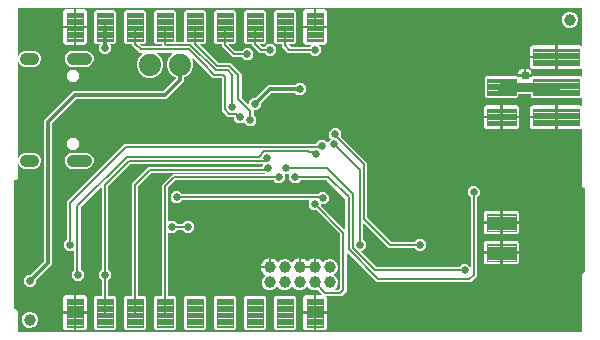
<source format=gbl>
G04 EAGLE Gerber RS-274X export*
G75*
%MOMM*%
%FSLAX34Y34*%
%LPD*%
%INBottom Copper*%
%IPPOS*%
%AMOC8*
5,1,8,0,0,1.08239X$1,22.5*%
G01*
%ADD10C,1.000000*%
%ADD11C,0.105000*%
%ADD12C,1.879600*%
%ADD13C,1.000000*%
%ADD14C,0.102000*%
%ADD15C,0.660400*%
%ADD16C,0.304800*%
%ADD17C,0.739141*%
%ADD18C,0.177800*%

G36*
X492384Y2415D02*
X492384Y2415D01*
X492389Y2414D01*
X492482Y2435D01*
X492576Y2453D01*
X492580Y2456D01*
X492585Y2457D01*
X492663Y2513D01*
X492741Y2566D01*
X492744Y2570D01*
X492748Y2573D01*
X492799Y2655D01*
X492851Y2734D01*
X492851Y2739D01*
X492854Y2744D01*
X492886Y2921D01*
X492886Y51800D01*
X494300Y53214D01*
X495300Y53214D01*
X495305Y53215D01*
X495310Y53214D01*
X495403Y53235D01*
X495497Y53253D01*
X495501Y53256D01*
X495506Y53257D01*
X495584Y53313D01*
X495662Y53366D01*
X495665Y53370D01*
X495669Y53373D01*
X495720Y53455D01*
X495772Y53534D01*
X495772Y53539D01*
X495775Y53544D01*
X495807Y53721D01*
X495807Y124079D01*
X495806Y124084D01*
X495807Y124089D01*
X495786Y124182D01*
X495768Y124276D01*
X495765Y124280D01*
X495764Y124285D01*
X495708Y124363D01*
X495655Y124441D01*
X495651Y124444D01*
X495648Y124448D01*
X495566Y124499D01*
X495487Y124551D01*
X495482Y124551D01*
X495477Y124554D01*
X495300Y124586D01*
X494300Y124586D01*
X492886Y126000D01*
X492886Y174050D01*
X492879Y174087D01*
X492881Y174124D01*
X492859Y174184D01*
X492847Y174247D01*
X492826Y174278D01*
X492813Y174313D01*
X492770Y174360D01*
X492734Y174413D01*
X492703Y174433D01*
X492677Y174461D01*
X492619Y174487D01*
X492566Y174522D01*
X492529Y174529D01*
X492495Y174544D01*
X492432Y174546D01*
X492369Y174558D01*
X492332Y174549D01*
X492295Y174551D01*
X492225Y174526D01*
X492173Y174514D01*
X492153Y174500D01*
X492125Y174490D01*
X491828Y174318D01*
X491049Y174109D01*
X472185Y174109D01*
X472185Y183642D01*
X472184Y183647D01*
X472185Y183652D01*
X472164Y183745D01*
X472146Y183838D01*
X472143Y183843D01*
X472141Y183848D01*
X472086Y183926D01*
X472033Y184004D01*
X472029Y184007D01*
X472025Y184011D01*
X471944Y184062D01*
X471865Y184113D01*
X471860Y184114D01*
X471855Y184117D01*
X471678Y184149D01*
X471169Y184149D01*
X471169Y184151D01*
X471678Y184151D01*
X471683Y184152D01*
X471688Y184151D01*
X471781Y184172D01*
X471874Y184190D01*
X471879Y184193D01*
X471884Y184195D01*
X471962Y184250D01*
X472040Y184303D01*
X472043Y184307D01*
X472047Y184311D01*
X472098Y184392D01*
X472149Y184471D01*
X472150Y184476D01*
X472153Y184481D01*
X472185Y184658D01*
X472185Y194191D01*
X491049Y194191D01*
X491828Y193982D01*
X492125Y193810D01*
X492161Y193798D01*
X492192Y193778D01*
X492255Y193767D01*
X492315Y193746D01*
X492353Y193749D01*
X492389Y193742D01*
X492452Y193756D01*
X492515Y193761D01*
X492549Y193778D01*
X492585Y193786D01*
X492637Y193823D01*
X492694Y193852D01*
X492718Y193880D01*
X492748Y193902D01*
X492782Y193956D01*
X492823Y194005D01*
X492835Y194041D01*
X492854Y194072D01*
X492867Y194145D01*
X492883Y194196D01*
X492881Y194221D01*
X492886Y194250D01*
X492886Y200334D01*
X492886Y200336D01*
X492886Y200339D01*
X492866Y200434D01*
X492847Y200530D01*
X492845Y200532D01*
X492845Y200535D01*
X492789Y200616D01*
X492734Y200696D01*
X492732Y200697D01*
X492730Y200700D01*
X492647Y200753D01*
X492566Y200805D01*
X492563Y200806D01*
X492561Y200807D01*
X492465Y200823D01*
X492369Y200841D01*
X492366Y200840D01*
X492364Y200841D01*
X492269Y200819D01*
X492173Y200797D01*
X492171Y200796D01*
X492168Y200795D01*
X492020Y200692D01*
X491599Y200271D01*
X450741Y200271D01*
X449391Y201621D01*
X449391Y203648D01*
X449390Y203653D01*
X449391Y203659D01*
X449370Y203752D01*
X449352Y203845D01*
X449349Y203849D01*
X449348Y203854D01*
X449292Y203932D01*
X449239Y204011D01*
X449235Y204013D01*
X449232Y204018D01*
X449150Y204068D01*
X449071Y204120D01*
X449066Y204121D01*
X449061Y204124D01*
X448884Y204156D01*
X442193Y204156D01*
X442144Y204188D01*
X442136Y204189D01*
X442130Y204194D01*
X441952Y204226D01*
X439386Y204226D01*
X439381Y204225D01*
X439376Y204225D01*
X439283Y204205D01*
X439189Y204186D01*
X439185Y204183D01*
X439180Y204182D01*
X439102Y204127D01*
X439024Y204073D01*
X439021Y204069D01*
X439017Y204066D01*
X438966Y203985D01*
X438914Y203905D01*
X438914Y203900D01*
X438911Y203896D01*
X438879Y203718D01*
X438879Y201771D01*
X437529Y200421D01*
X411671Y200421D01*
X410321Y201771D01*
X410321Y217629D01*
X411671Y218979D01*
X437529Y218979D01*
X438093Y218415D01*
X438096Y218413D01*
X438097Y218411D01*
X438177Y218359D01*
X438260Y218304D01*
X438263Y218303D01*
X438265Y218302D01*
X438361Y218284D01*
X438457Y218266D01*
X438460Y218267D01*
X438462Y218266D01*
X438559Y218288D01*
X438653Y218308D01*
X438655Y218309D01*
X438658Y218310D01*
X438738Y218366D01*
X438818Y218422D01*
X438819Y218424D01*
X438821Y218426D01*
X438873Y218509D01*
X438925Y218591D01*
X438926Y218594D01*
X438927Y218596D01*
X438931Y218615D01*
X443992Y218615D01*
X443997Y218616D01*
X444002Y218615D01*
X444095Y218636D01*
X444188Y218654D01*
X444193Y218657D01*
X444198Y218658D01*
X444276Y218714D01*
X444354Y218767D01*
X444357Y218771D01*
X444361Y218774D01*
X444412Y218856D01*
X444463Y218935D01*
X444464Y218940D01*
X444467Y218945D01*
X444499Y219122D01*
X444499Y219631D01*
X444501Y219631D01*
X444501Y219122D01*
X444502Y219117D01*
X444501Y219112D01*
X444522Y219018D01*
X444540Y218926D01*
X444543Y218921D01*
X444545Y218916D01*
X444600Y218838D01*
X444653Y218760D01*
X444657Y218757D01*
X444661Y218753D01*
X444742Y218702D01*
X444821Y218651D01*
X444826Y218650D01*
X444831Y218647D01*
X445008Y218615D01*
X450317Y218615D01*
X450325Y218616D01*
X450332Y218615D01*
X450422Y218636D01*
X450513Y218654D01*
X450520Y218659D01*
X450527Y218661D01*
X450675Y218763D01*
X450741Y218829D01*
X491599Y218829D01*
X492020Y218408D01*
X492023Y218406D01*
X492024Y218404D01*
X492105Y218351D01*
X492187Y218297D01*
X492190Y218296D01*
X492192Y218295D01*
X492288Y218277D01*
X492384Y218259D01*
X492387Y218260D01*
X492389Y218259D01*
X492486Y218281D01*
X492580Y218301D01*
X492582Y218302D01*
X492585Y218303D01*
X492665Y218360D01*
X492745Y218415D01*
X492746Y218417D01*
X492748Y218419D01*
X492800Y218502D01*
X492852Y218584D01*
X492853Y218587D01*
X492854Y218589D01*
X492886Y218766D01*
X492886Y224850D01*
X492879Y224887D01*
X492881Y224924D01*
X492859Y224984D01*
X492847Y225047D01*
X492826Y225078D01*
X492813Y225113D01*
X492770Y225160D01*
X492734Y225213D01*
X492703Y225233D01*
X492677Y225261D01*
X492619Y225287D01*
X492566Y225322D01*
X492529Y225329D01*
X492495Y225344D01*
X492432Y225346D01*
X492369Y225358D01*
X492332Y225349D01*
X492295Y225351D01*
X492225Y225326D01*
X492173Y225314D01*
X492153Y225300D01*
X492125Y225290D01*
X491828Y225118D01*
X491049Y224909D01*
X472185Y224909D01*
X472185Y234442D01*
X472184Y234447D01*
X472185Y234452D01*
X472164Y234545D01*
X472146Y234638D01*
X472143Y234643D01*
X472141Y234648D01*
X472086Y234726D01*
X472033Y234804D01*
X472029Y234807D01*
X472025Y234811D01*
X471944Y234862D01*
X471865Y234913D01*
X471860Y234914D01*
X471855Y234917D01*
X471678Y234949D01*
X471169Y234949D01*
X471169Y234951D01*
X471678Y234951D01*
X471683Y234952D01*
X471688Y234951D01*
X471781Y234972D01*
X471874Y234990D01*
X471879Y234993D01*
X471884Y234995D01*
X471962Y235050D01*
X472040Y235103D01*
X472043Y235107D01*
X472047Y235111D01*
X472098Y235192D01*
X472149Y235271D01*
X472150Y235276D01*
X472153Y235281D01*
X472185Y235458D01*
X472185Y244991D01*
X491049Y244991D01*
X491828Y244782D01*
X492125Y244610D01*
X492161Y244598D01*
X492192Y244578D01*
X492255Y244567D01*
X492315Y244546D01*
X492353Y244549D01*
X492389Y244542D01*
X492452Y244556D01*
X492515Y244561D01*
X492549Y244578D01*
X492585Y244586D01*
X492637Y244623D01*
X492694Y244652D01*
X492718Y244680D01*
X492748Y244702D01*
X492782Y244756D01*
X492823Y244805D01*
X492835Y244841D01*
X492854Y244872D01*
X492867Y244945D01*
X492883Y244996D01*
X492881Y245021D01*
X492886Y245050D01*
X492886Y276479D01*
X492885Y276484D01*
X492886Y276489D01*
X492865Y276582D01*
X492847Y276676D01*
X492844Y276680D01*
X492843Y276685D01*
X492787Y276763D01*
X492734Y276841D01*
X492730Y276844D01*
X492727Y276848D01*
X492645Y276899D01*
X492566Y276951D01*
X492561Y276951D01*
X492556Y276954D01*
X492379Y276986D01*
X15621Y276986D01*
X15616Y276985D01*
X15611Y276986D01*
X15518Y276965D01*
X15424Y276947D01*
X15420Y276944D01*
X15415Y276943D01*
X15337Y276887D01*
X15259Y276834D01*
X15256Y276830D01*
X15252Y276827D01*
X15201Y276745D01*
X15149Y276666D01*
X15149Y276661D01*
X15146Y276656D01*
X15114Y276479D01*
X15114Y236735D01*
X15114Y236734D01*
X15114Y236733D01*
X15133Y236637D01*
X15153Y236539D01*
X15154Y236538D01*
X15154Y236536D01*
X15210Y236456D01*
X15266Y236373D01*
X15267Y236372D01*
X15268Y236371D01*
X15353Y236316D01*
X15434Y236264D01*
X15435Y236264D01*
X15436Y236263D01*
X15535Y236245D01*
X15631Y236228D01*
X15633Y236228D01*
X15634Y236228D01*
X15730Y236250D01*
X15827Y236272D01*
X15828Y236273D01*
X15829Y236273D01*
X15910Y236331D01*
X15990Y236388D01*
X15991Y236389D01*
X15992Y236390D01*
X16090Y236541D01*
X16503Y237540D01*
X18410Y239447D01*
X19375Y239846D01*
X20599Y240354D01*
X20600Y240354D01*
X20902Y240479D01*
X29598Y240479D01*
X32090Y239447D01*
X33997Y237540D01*
X35029Y235048D01*
X35029Y232352D01*
X33997Y229860D01*
X32090Y227953D01*
X31220Y227593D01*
X29996Y227086D01*
X29598Y226921D01*
X20902Y226921D01*
X18410Y227953D01*
X16503Y229860D01*
X16090Y230859D01*
X16089Y230860D01*
X16089Y230861D01*
X16033Y230944D01*
X15978Y231025D01*
X15977Y231026D01*
X15976Y231027D01*
X15895Y231080D01*
X15810Y231135D01*
X15809Y231136D01*
X15808Y231136D01*
X15711Y231154D01*
X15613Y231172D01*
X15612Y231172D01*
X15611Y231172D01*
X15511Y231150D01*
X15417Y231129D01*
X15416Y231129D01*
X15415Y231128D01*
X15333Y231070D01*
X15253Y231014D01*
X15253Y231013D01*
X15252Y231012D01*
X15199Y230927D01*
X15147Y230844D01*
X15146Y230843D01*
X15146Y230842D01*
X15114Y230665D01*
X15114Y150335D01*
X15114Y150334D01*
X15114Y150333D01*
X15133Y150237D01*
X15153Y150139D01*
X15154Y150138D01*
X15154Y150136D01*
X15210Y150055D01*
X15266Y149973D01*
X15267Y149972D01*
X15268Y149971D01*
X15353Y149916D01*
X15434Y149864D01*
X15435Y149864D01*
X15436Y149863D01*
X15535Y149845D01*
X15631Y149828D01*
X15633Y149828D01*
X15634Y149828D01*
X15730Y149850D01*
X15827Y149872D01*
X15828Y149873D01*
X15829Y149873D01*
X15910Y149931D01*
X15990Y149988D01*
X15991Y149989D01*
X15992Y149990D01*
X16090Y150141D01*
X16503Y151140D01*
X18410Y153047D01*
X18555Y153107D01*
X19779Y153614D01*
X20902Y154079D01*
X29598Y154079D01*
X32090Y153047D01*
X33997Y151140D01*
X35029Y148648D01*
X35029Y145952D01*
X33997Y143460D01*
X32090Y141553D01*
X31625Y141361D01*
X30400Y140853D01*
X29598Y140521D01*
X20902Y140521D01*
X18410Y141553D01*
X16503Y143460D01*
X16090Y144459D01*
X16089Y144460D01*
X16089Y144461D01*
X16033Y144544D01*
X15978Y144625D01*
X15977Y144626D01*
X15976Y144627D01*
X15895Y144680D01*
X15810Y144735D01*
X15809Y144736D01*
X15808Y144736D01*
X15711Y144754D01*
X15613Y144772D01*
X15612Y144772D01*
X15611Y144772D01*
X15511Y144750D01*
X15417Y144729D01*
X15416Y144729D01*
X15415Y144728D01*
X15333Y144670D01*
X15253Y144614D01*
X15253Y144613D01*
X15252Y144612D01*
X15199Y144527D01*
X15147Y144444D01*
X15146Y144443D01*
X15146Y144442D01*
X15114Y144265D01*
X15114Y132350D01*
X13700Y130936D01*
X12700Y130936D01*
X12695Y130935D01*
X12690Y130936D01*
X12597Y130915D01*
X12504Y130897D01*
X12499Y130894D01*
X12494Y130893D01*
X12416Y130837D01*
X12338Y130784D01*
X12335Y130780D01*
X12331Y130777D01*
X12280Y130695D01*
X12228Y130616D01*
X12228Y130611D01*
X12225Y130606D01*
X12193Y130429D01*
X12193Y21971D01*
X12194Y21966D01*
X12193Y21961D01*
X12214Y21868D01*
X12232Y21774D01*
X12235Y21770D01*
X12236Y21765D01*
X12292Y21687D01*
X12345Y21609D01*
X12349Y21606D01*
X12352Y21602D01*
X12434Y21551D01*
X12513Y21499D01*
X12518Y21499D01*
X12523Y21496D01*
X12700Y21464D01*
X13700Y21464D01*
X15114Y20050D01*
X15114Y2921D01*
X15115Y2916D01*
X15114Y2911D01*
X15135Y2818D01*
X15153Y2724D01*
X15156Y2720D01*
X15157Y2715D01*
X15213Y2637D01*
X15266Y2559D01*
X15270Y2556D01*
X15273Y2552D01*
X15355Y2501D01*
X15434Y2449D01*
X15439Y2449D01*
X15444Y2446D01*
X15621Y2414D01*
X492379Y2414D01*
X492384Y2415D01*
G37*
%LPC*%
G36*
X81071Y4421D02*
X81071Y4421D01*
X79721Y5771D01*
X79721Y31629D01*
X81071Y32979D01*
X85825Y32979D01*
X85830Y32980D01*
X85835Y32979D01*
X85928Y33000D01*
X86022Y33018D01*
X86026Y33021D01*
X86031Y33022D01*
X86109Y33078D01*
X86187Y33131D01*
X86190Y33135D01*
X86194Y33138D01*
X86245Y33220D01*
X86297Y33299D01*
X86297Y33304D01*
X86300Y33309D01*
X86332Y33486D01*
X86332Y46072D01*
X86331Y46080D01*
X86332Y46088D01*
X86311Y46178D01*
X86293Y46269D01*
X86288Y46275D01*
X86286Y46283D01*
X86184Y46431D01*
X83919Y48695D01*
X83919Y52905D01*
X86184Y55169D01*
X86188Y55176D01*
X86194Y55180D01*
X86243Y55259D01*
X86295Y55336D01*
X86296Y55344D01*
X86300Y55350D01*
X86332Y55528D01*
X86332Y124464D01*
X86332Y124467D01*
X86332Y124469D01*
X86312Y124564D01*
X86293Y124660D01*
X86291Y124663D01*
X86291Y124665D01*
X86235Y124746D01*
X86180Y124826D01*
X86178Y124828D01*
X86176Y124830D01*
X86093Y124883D01*
X86012Y124935D01*
X86009Y124936D01*
X86007Y124937D01*
X85911Y124954D01*
X85815Y124971D01*
X85812Y124970D01*
X85810Y124971D01*
X85716Y124949D01*
X85619Y124927D01*
X85617Y124926D01*
X85614Y124925D01*
X85466Y124823D01*
X68475Y107832D01*
X68471Y107825D01*
X68465Y107820D01*
X68416Y107742D01*
X68364Y107665D01*
X68363Y107657D01*
X68359Y107650D01*
X68327Y107473D01*
X68327Y55909D01*
X68328Y55901D01*
X68327Y55893D01*
X68348Y55803D01*
X68366Y55712D01*
X68371Y55706D01*
X68373Y55698D01*
X68475Y55550D01*
X71121Y52905D01*
X71121Y48695D01*
X68145Y45719D01*
X63935Y45719D01*
X60959Y48695D01*
X60959Y52905D01*
X62843Y54788D01*
X62847Y54794D01*
X62853Y54799D01*
X62902Y54878D01*
X62954Y54955D01*
X62955Y54963D01*
X62959Y54969D01*
X62991Y55147D01*
X62991Y71091D01*
X62991Y71094D01*
X62991Y71097D01*
X62971Y71192D01*
X62952Y71288D01*
X62950Y71290D01*
X62950Y71293D01*
X62894Y71372D01*
X62839Y71454D01*
X62837Y71455D01*
X62835Y71457D01*
X62752Y71510D01*
X62671Y71563D01*
X62668Y71563D01*
X62666Y71565D01*
X62570Y71581D01*
X62474Y71599D01*
X62471Y71598D01*
X62469Y71598D01*
X62374Y71576D01*
X62278Y71555D01*
X62276Y71553D01*
X62273Y71553D01*
X62125Y71450D01*
X61795Y71119D01*
X57585Y71119D01*
X54609Y74095D01*
X54609Y78305D01*
X56874Y80569D01*
X56878Y80576D01*
X56884Y80580D01*
X56933Y80659D01*
X56985Y80736D01*
X56986Y80744D01*
X56990Y80750D01*
X57022Y80928D01*
X57022Y112865D01*
X105702Y161545D01*
X267462Y161545D01*
X267467Y161546D01*
X267472Y161545D01*
X267565Y161566D01*
X267659Y161584D01*
X267663Y161587D01*
X267668Y161588D01*
X267746Y161644D01*
X267824Y161697D01*
X267827Y161701D01*
X267831Y161704D01*
X267882Y161786D01*
X267934Y161865D01*
X267934Y161870D01*
X267937Y161875D01*
X267969Y162052D01*
X267969Y162125D01*
X270945Y165101D01*
X275155Y165101D01*
X277263Y162992D01*
X277266Y162990D01*
X277267Y162988D01*
X277348Y162936D01*
X277430Y162881D01*
X277433Y162880D01*
X277435Y162879D01*
X277531Y162862D01*
X277627Y162843D01*
X277630Y162844D01*
X277632Y162843D01*
X277729Y162865D01*
X277823Y162885D01*
X277825Y162886D01*
X277828Y162887D01*
X277908Y162944D01*
X277988Y162999D01*
X277989Y163001D01*
X277991Y163003D01*
X278043Y163086D01*
X278095Y163168D01*
X278096Y163171D01*
X278097Y163173D01*
X278129Y163351D01*
X278129Y163395D01*
X280145Y165410D01*
X280148Y165415D01*
X280152Y165418D01*
X280203Y165498D01*
X280256Y165577D01*
X280257Y165583D01*
X280260Y165587D01*
X280276Y165681D01*
X280294Y165774D01*
X280293Y165779D01*
X280293Y165785D01*
X280272Y165877D01*
X280252Y165970D01*
X280249Y165975D01*
X280248Y165980D01*
X280145Y166128D01*
X278705Y167567D01*
X278705Y171777D01*
X281682Y174753D01*
X285891Y174753D01*
X288867Y171777D01*
X288867Y168057D01*
X288868Y168050D01*
X288867Y168042D01*
X288888Y167952D01*
X288907Y167861D01*
X288911Y167854D01*
X288913Y167847D01*
X289015Y167699D01*
X311024Y145691D01*
X311024Y99359D01*
X311025Y99351D01*
X311024Y99344D01*
X311045Y99254D01*
X311063Y99163D01*
X311068Y99156D01*
X311070Y99148D01*
X311172Y99000D01*
X331156Y79016D01*
X331163Y79012D01*
X331168Y79006D01*
X331246Y78957D01*
X331323Y78905D01*
X331331Y78904D01*
X331338Y78900D01*
X331515Y78868D01*
X350872Y78868D01*
X350880Y78869D01*
X350888Y78868D01*
X350978Y78889D01*
X351069Y78907D01*
X351075Y78912D01*
X351083Y78914D01*
X351231Y79016D01*
X353495Y81281D01*
X357705Y81281D01*
X360681Y78305D01*
X360681Y74095D01*
X357705Y71119D01*
X353495Y71119D01*
X351231Y73384D01*
X351224Y73388D01*
X351220Y73394D01*
X351141Y73443D01*
X351064Y73495D01*
X351056Y73496D01*
X351050Y73500D01*
X350872Y73532D01*
X329095Y73532D01*
X327384Y75244D01*
X308334Y94294D01*
X308331Y94295D01*
X308330Y94297D01*
X308249Y94350D01*
X308167Y94405D01*
X308164Y94405D01*
X308162Y94406D01*
X308066Y94424D01*
X307970Y94442D01*
X307967Y94442D01*
X307965Y94442D01*
X307868Y94421D01*
X307774Y94401D01*
X307772Y94399D01*
X307769Y94398D01*
X307689Y94342D01*
X307609Y94286D01*
X307608Y94284D01*
X307606Y94282D01*
X307554Y94200D01*
X307502Y94117D01*
X307501Y94114D01*
X307500Y94112D01*
X307468Y93935D01*
X307468Y80928D01*
X307469Y80920D01*
X307468Y80912D01*
X307489Y80822D01*
X307507Y80731D01*
X307512Y80725D01*
X307514Y80717D01*
X307616Y80569D01*
X309881Y78305D01*
X309881Y74095D01*
X306905Y71119D01*
X306437Y71119D01*
X306434Y71119D01*
X306431Y71119D01*
X306337Y71099D01*
X306240Y71080D01*
X306238Y71078D01*
X306235Y71078D01*
X306155Y71022D01*
X306074Y70967D01*
X306073Y70965D01*
X306071Y70963D01*
X306017Y70880D01*
X305965Y70799D01*
X305965Y70796D01*
X305963Y70794D01*
X305947Y70698D01*
X305929Y70602D01*
X305930Y70599D01*
X305930Y70597D01*
X305951Y70503D01*
X305973Y70406D01*
X305975Y70404D01*
X305975Y70401D01*
X306078Y70253D01*
X318905Y57426D01*
X318912Y57422D01*
X318916Y57416D01*
X318995Y57367D01*
X319072Y57315D01*
X319080Y57314D01*
X319086Y57310D01*
X319264Y57278D01*
X388972Y57278D01*
X388980Y57279D01*
X388988Y57278D01*
X389078Y57299D01*
X389169Y57317D01*
X389175Y57322D01*
X389183Y57324D01*
X389331Y57426D01*
X391595Y59691D01*
X395805Y59691D01*
X397786Y57709D01*
X397789Y57707D01*
X397790Y57705D01*
X397871Y57653D01*
X397953Y57598D01*
X397956Y57597D01*
X397958Y57596D01*
X398054Y57579D01*
X398150Y57560D01*
X398153Y57561D01*
X398155Y57560D01*
X398252Y57582D01*
X398346Y57602D01*
X398348Y57603D01*
X398351Y57604D01*
X398431Y57661D01*
X398511Y57716D01*
X398512Y57718D01*
X398514Y57720D01*
X398566Y57803D01*
X398618Y57885D01*
X398619Y57888D01*
X398620Y57890D01*
X398652Y58068D01*
X398652Y115922D01*
X398651Y115930D01*
X398652Y115938D01*
X398631Y116027D01*
X398613Y116119D01*
X398608Y116125D01*
X398606Y116133D01*
X398504Y116281D01*
X396239Y118545D01*
X396239Y122755D01*
X399215Y125731D01*
X403425Y125731D01*
X406401Y122755D01*
X406401Y118545D01*
X404136Y116281D01*
X404132Y116274D01*
X404126Y116270D01*
X404077Y116191D01*
X404025Y116114D01*
X404024Y116106D01*
X404020Y116100D01*
X403988Y115922D01*
X403988Y49695D01*
X398615Y44322D01*
X319434Y44322D01*
X294364Y69393D01*
X294361Y69395D01*
X294360Y69397D01*
X294279Y69449D01*
X294197Y69504D01*
X294194Y69505D01*
X294192Y69506D01*
X294096Y69523D01*
X294000Y69542D01*
X293997Y69541D01*
X293995Y69542D01*
X293898Y69520D01*
X293804Y69500D01*
X293802Y69499D01*
X293799Y69498D01*
X293719Y69441D01*
X293639Y69386D01*
X293638Y69384D01*
X293636Y69382D01*
X293584Y69299D01*
X293532Y69217D01*
X293531Y69214D01*
X293530Y69212D01*
X293498Y69034D01*
X293498Y36995D01*
X291787Y35284D01*
X291786Y35284D01*
X291106Y34604D01*
X291106Y34603D01*
X289395Y32892D01*
X276913Y32892D01*
X276877Y32885D01*
X276840Y32887D01*
X276779Y32865D01*
X276717Y32853D01*
X276686Y32832D01*
X276651Y32819D01*
X276604Y32776D01*
X276551Y32740D01*
X276531Y32709D01*
X276503Y32683D01*
X276477Y32625D01*
X276442Y32572D01*
X276435Y32535D01*
X276420Y32501D01*
X276418Y32438D01*
X276406Y32375D01*
X276414Y32338D01*
X276413Y32301D01*
X276438Y32231D01*
X276450Y32179D01*
X276464Y32159D01*
X276474Y32131D01*
X276632Y31858D01*
X276841Y31079D01*
X276841Y19715D01*
X267815Y19715D01*
X267815Y33741D01*
X272412Y33741D01*
X272415Y33741D01*
X272417Y33741D01*
X272512Y33761D01*
X272608Y33780D01*
X272611Y33782D01*
X272613Y33782D01*
X272694Y33838D01*
X272774Y33893D01*
X272776Y33895D01*
X272778Y33897D01*
X272830Y33979D01*
X272883Y34061D01*
X272884Y34064D01*
X272885Y34066D01*
X272901Y34161D01*
X272919Y34258D01*
X272918Y34261D01*
X272919Y34263D01*
X272897Y34357D01*
X272875Y34454D01*
X272874Y34456D01*
X272873Y34459D01*
X272771Y34607D01*
X269460Y37917D01*
X269455Y37921D01*
X269451Y37926D01*
X269372Y37976D01*
X269293Y38028D01*
X269287Y38029D01*
X269281Y38033D01*
X269188Y38048D01*
X269096Y38066D01*
X269090Y38064D01*
X269083Y38065D01*
X268907Y38027D01*
X268556Y37882D01*
X268048Y37671D01*
X265352Y37671D01*
X262860Y38703D01*
X260953Y40610D01*
X260819Y40935D01*
X260817Y40937D01*
X260817Y40940D01*
X260761Y41021D01*
X260707Y41102D01*
X260705Y41103D01*
X260703Y41105D01*
X260621Y41158D01*
X260539Y41212D01*
X260537Y41212D01*
X260534Y41214D01*
X260438Y41230D01*
X260342Y41248D01*
X260340Y41248D01*
X260337Y41248D01*
X260242Y41227D01*
X260146Y41206D01*
X260144Y41204D01*
X260142Y41204D01*
X260063Y41147D01*
X259982Y41091D01*
X259981Y41088D01*
X259979Y41087D01*
X259881Y40935D01*
X259747Y40610D01*
X257840Y38703D01*
X257081Y38389D01*
X255856Y37882D01*
X255348Y37671D01*
X252652Y37671D01*
X250160Y38703D01*
X248253Y40610D01*
X248119Y40935D01*
X248117Y40937D01*
X248117Y40940D01*
X248061Y41021D01*
X248007Y41102D01*
X248005Y41103D01*
X248003Y41105D01*
X247921Y41158D01*
X247839Y41212D01*
X247837Y41212D01*
X247834Y41214D01*
X247738Y41230D01*
X247642Y41248D01*
X247640Y41248D01*
X247637Y41248D01*
X247542Y41227D01*
X247446Y41206D01*
X247444Y41204D01*
X247442Y41204D01*
X247363Y41147D01*
X247282Y41091D01*
X247281Y41088D01*
X247279Y41087D01*
X247181Y40935D01*
X247047Y40610D01*
X245140Y38703D01*
X244381Y38389D01*
X243156Y37882D01*
X242648Y37671D01*
X239952Y37671D01*
X237460Y38703D01*
X235553Y40610D01*
X235419Y40935D01*
X235417Y40937D01*
X235417Y40940D01*
X235362Y41020D01*
X235307Y41102D01*
X235305Y41103D01*
X235303Y41105D01*
X235222Y41157D01*
X235139Y41212D01*
X235137Y41212D01*
X235135Y41214D01*
X235038Y41230D01*
X234942Y41248D01*
X234940Y41248D01*
X234937Y41248D01*
X234841Y41226D01*
X234746Y41206D01*
X234744Y41204D01*
X234742Y41204D01*
X234662Y41147D01*
X234582Y41091D01*
X234581Y41088D01*
X234579Y41087D01*
X234481Y40935D01*
X234347Y40610D01*
X232440Y38703D01*
X231681Y38389D01*
X230456Y37882D01*
X229948Y37671D01*
X227252Y37671D01*
X224760Y38703D01*
X222853Y40610D01*
X221821Y43102D01*
X221821Y45798D01*
X222853Y48290D01*
X224593Y50029D01*
X224623Y50075D01*
X224661Y50115D01*
X224678Y50158D01*
X224704Y50196D01*
X224714Y50250D01*
X224734Y50302D01*
X224733Y50348D01*
X224741Y50393D01*
X224730Y50447D01*
X224728Y50502D01*
X224709Y50544D01*
X224700Y50589D01*
X224668Y50634D01*
X224646Y50685D01*
X224609Y50720D01*
X224585Y50754D01*
X224551Y50776D01*
X224516Y50810D01*
X223793Y51293D01*
X222743Y52343D01*
X221918Y53578D01*
X221349Y54951D01*
X221113Y56135D01*
X228092Y56135D01*
X228097Y56136D01*
X228102Y56135D01*
X228195Y56156D01*
X228288Y56174D01*
X228293Y56177D01*
X228298Y56178D01*
X228376Y56234D01*
X228454Y56287D01*
X228457Y56291D01*
X228461Y56294D01*
X228512Y56376D01*
X228563Y56455D01*
X228564Y56460D01*
X228567Y56465D01*
X228599Y56642D01*
X228599Y57151D01*
X229108Y57151D01*
X229113Y57152D01*
X229118Y57151D01*
X229211Y57172D01*
X229304Y57190D01*
X229309Y57193D01*
X229314Y57195D01*
X229392Y57250D01*
X229470Y57303D01*
X229473Y57308D01*
X229477Y57311D01*
X229528Y57392D01*
X229579Y57471D01*
X229580Y57476D01*
X229583Y57481D01*
X229615Y57658D01*
X229615Y64637D01*
X230799Y64401D01*
X232172Y63832D01*
X233407Y63007D01*
X234457Y61957D01*
X234940Y61234D01*
X234979Y61195D01*
X235011Y61150D01*
X235050Y61125D01*
X235082Y61093D01*
X235133Y61072D01*
X235180Y61042D01*
X235225Y61035D01*
X235268Y61017D01*
X235323Y61018D01*
X235378Y61009D01*
X235422Y61019D01*
X235469Y61020D01*
X235519Y61042D01*
X235573Y61054D01*
X235615Y61084D01*
X235652Y61100D01*
X235680Y61129D01*
X235721Y61157D01*
X237460Y62897D01*
X238490Y63323D01*
X239715Y63831D01*
X239952Y63929D01*
X242648Y63929D01*
X245140Y62897D01*
X246879Y61157D01*
X246925Y61127D01*
X246965Y61089D01*
X247008Y61072D01*
X247046Y61046D01*
X247100Y61036D01*
X247152Y61016D01*
X247198Y61017D01*
X247243Y61009D01*
X247297Y61020D01*
X247352Y61022D01*
X247394Y61041D01*
X247439Y61050D01*
X247484Y61082D01*
X247535Y61104D01*
X247570Y61141D01*
X247604Y61165D01*
X247626Y61199D01*
X247660Y61234D01*
X248143Y61957D01*
X249193Y63007D01*
X250428Y63832D01*
X251801Y64401D01*
X252985Y64637D01*
X252985Y57658D01*
X252986Y57653D01*
X252985Y57648D01*
X253006Y57555D01*
X253024Y57462D01*
X253027Y57457D01*
X253028Y57452D01*
X253084Y57374D01*
X253137Y57296D01*
X253141Y57293D01*
X253144Y57289D01*
X253226Y57238D01*
X253305Y57187D01*
X253310Y57186D01*
X253315Y57183D01*
X253492Y57151D01*
X254001Y57151D01*
X254001Y56642D01*
X254002Y56637D01*
X254001Y56632D01*
X254022Y56539D01*
X254040Y56446D01*
X254043Y56441D01*
X254045Y56436D01*
X254100Y56358D01*
X254153Y56280D01*
X254158Y56277D01*
X254161Y56273D01*
X254242Y56222D01*
X254321Y56170D01*
X254326Y56170D01*
X254331Y56167D01*
X254508Y56135D01*
X266192Y56135D01*
X266197Y56136D01*
X266202Y56135D01*
X266295Y56156D01*
X266388Y56174D01*
X266393Y56177D01*
X266398Y56178D01*
X266476Y56234D01*
X266554Y56287D01*
X266557Y56291D01*
X266561Y56294D01*
X266612Y56376D01*
X266663Y56455D01*
X266664Y56460D01*
X266667Y56465D01*
X266699Y56642D01*
X266699Y57151D01*
X267208Y57151D01*
X267213Y57152D01*
X267218Y57151D01*
X267311Y57172D01*
X267404Y57190D01*
X267409Y57193D01*
X267414Y57195D01*
X267492Y57250D01*
X267570Y57303D01*
X267573Y57308D01*
X267577Y57311D01*
X267628Y57392D01*
X267679Y57471D01*
X267680Y57476D01*
X267683Y57481D01*
X267715Y57658D01*
X267715Y64637D01*
X268899Y64401D01*
X270272Y63832D01*
X271507Y63007D01*
X272557Y61957D01*
X273040Y61234D01*
X273079Y61195D01*
X273111Y61150D01*
X273150Y61125D01*
X273182Y61093D01*
X273233Y61072D01*
X273280Y61042D01*
X273325Y61035D01*
X273368Y61017D01*
X273423Y61018D01*
X273478Y61009D01*
X273522Y61019D01*
X273569Y61020D01*
X273619Y61042D01*
X273673Y61054D01*
X273715Y61084D01*
X273752Y61100D01*
X273780Y61129D01*
X273821Y61157D01*
X275560Y62897D01*
X276590Y63323D01*
X277815Y63831D01*
X278052Y63929D01*
X280748Y63929D01*
X283240Y62897D01*
X285147Y60990D01*
X286179Y58498D01*
X286179Y55802D01*
X285147Y53310D01*
X283240Y51403D01*
X282915Y51269D01*
X282913Y51267D01*
X282910Y51267D01*
X282829Y51211D01*
X282748Y51157D01*
X282747Y51155D01*
X282745Y51153D01*
X282691Y51070D01*
X282638Y50989D01*
X282638Y50987D01*
X282636Y50984D01*
X282620Y50888D01*
X282602Y50792D01*
X282602Y50790D01*
X282602Y50787D01*
X282623Y50692D01*
X282644Y50596D01*
X282646Y50594D01*
X282646Y50592D01*
X282703Y50513D01*
X282759Y50432D01*
X282762Y50431D01*
X282763Y50429D01*
X282915Y50331D01*
X283240Y50197D01*
X285147Y48290D01*
X286179Y45798D01*
X286179Y43102D01*
X285147Y40610D01*
X283630Y39094D01*
X283629Y39091D01*
X283627Y39090D01*
X283574Y39009D01*
X283519Y38927D01*
X283519Y38924D01*
X283517Y38922D01*
X283500Y38826D01*
X283482Y38730D01*
X283482Y38727D01*
X283482Y38725D01*
X283503Y38628D01*
X283523Y38534D01*
X283525Y38532D01*
X283525Y38529D01*
X283582Y38449D01*
X283638Y38369D01*
X283640Y38368D01*
X283641Y38366D01*
X283725Y38313D01*
X283807Y38262D01*
X283809Y38261D01*
X283812Y38260D01*
X283989Y38228D01*
X286975Y38228D01*
X286983Y38229D01*
X286990Y38228D01*
X287080Y38249D01*
X287171Y38267D01*
X287178Y38272D01*
X287186Y38274D01*
X287334Y38376D01*
X288014Y39056D01*
X288018Y39063D01*
X288024Y39068D01*
X288073Y39146D01*
X288125Y39223D01*
X288126Y39231D01*
X288130Y39238D01*
X288162Y39415D01*
X288162Y85045D01*
X288161Y85053D01*
X288162Y85060D01*
X288141Y85150D01*
X288123Y85241D01*
X288118Y85248D01*
X288116Y85256D01*
X288014Y85404D01*
X268157Y105261D01*
X268150Y105265D01*
X268145Y105271D01*
X268067Y105320D01*
X267990Y105372D01*
X267982Y105373D01*
X267975Y105377D01*
X267798Y105409D01*
X264595Y105409D01*
X261619Y108385D01*
X261619Y112595D01*
X261950Y112925D01*
X261952Y112928D01*
X261954Y112929D01*
X262006Y113010D01*
X262061Y113092D01*
X262062Y113095D01*
X262063Y113097D01*
X262080Y113193D01*
X262099Y113289D01*
X262098Y113292D01*
X262099Y113294D01*
X262077Y113391D01*
X262057Y113485D01*
X262056Y113487D01*
X262055Y113490D01*
X261998Y113570D01*
X261943Y113650D01*
X261941Y113651D01*
X261939Y113653D01*
X261856Y113705D01*
X261774Y113757D01*
X261771Y113758D01*
X261769Y113759D01*
X261591Y113791D01*
X154816Y113791D01*
X154808Y113790D01*
X154800Y113791D01*
X154710Y113770D01*
X154619Y113752D01*
X154613Y113747D01*
X154605Y113745D01*
X154457Y113643D01*
X151965Y111150D01*
X147755Y111150D01*
X144779Y114126D01*
X144779Y118336D01*
X147755Y121312D01*
X151965Y121312D01*
X154001Y119275D01*
X154008Y119271D01*
X154012Y119265D01*
X154091Y119216D01*
X154168Y119164D01*
X154176Y119163D01*
X154182Y119159D01*
X154360Y119127D01*
X269661Y119127D01*
X269669Y119128D01*
X269676Y119127D01*
X269766Y119148D01*
X269857Y119166D01*
X269864Y119171D01*
X269872Y119173D01*
X270020Y119275D01*
X271382Y120638D01*
X275591Y120638D01*
X278567Y117662D01*
X278567Y113453D01*
X275591Y110477D01*
X272288Y110477D01*
X272283Y110475D01*
X272278Y110476D01*
X272185Y110456D01*
X272091Y110437D01*
X272087Y110434D01*
X272082Y110433D01*
X272004Y110378D01*
X271926Y110324D01*
X271923Y110320D01*
X271919Y110317D01*
X271868Y110235D01*
X271816Y110156D01*
X271816Y110151D01*
X271813Y110147D01*
X271781Y109969D01*
X271781Y109392D01*
X271782Y109384D01*
X271781Y109377D01*
X271802Y109287D01*
X271820Y109196D01*
X271825Y109189D01*
X271827Y109181D01*
X271929Y109033D01*
X291741Y89221D01*
X291744Y89220D01*
X291745Y89218D01*
X291826Y89165D01*
X291908Y89110D01*
X291911Y89110D01*
X291913Y89109D01*
X292009Y89091D01*
X292105Y89073D01*
X292108Y89073D01*
X292110Y89073D01*
X292207Y89094D01*
X292301Y89114D01*
X292303Y89116D01*
X292306Y89117D01*
X292386Y89173D01*
X292466Y89229D01*
X292467Y89231D01*
X292469Y89233D01*
X292521Y89315D01*
X292573Y89398D01*
X292574Y89401D01*
X292575Y89403D01*
X292607Y89580D01*
X292607Y114890D01*
X292606Y114898D01*
X292607Y114905D01*
X292586Y114995D01*
X292568Y115086D01*
X292563Y115093D01*
X292561Y115101D01*
X292459Y115249D01*
X277174Y130534D01*
X277167Y130538D01*
X277162Y130544D01*
X277084Y130593D01*
X277007Y130645D01*
X276999Y130646D01*
X276992Y130650D01*
X276815Y130682D01*
X254918Y130682D01*
X254910Y130681D01*
X254902Y130682D01*
X254812Y130661D01*
X254721Y130643D01*
X254715Y130638D01*
X254707Y130636D01*
X254559Y130534D01*
X252295Y128269D01*
X248085Y128269D01*
X245109Y131245D01*
X245109Y135382D01*
X245108Y135387D01*
X245109Y135392D01*
X245088Y135485D01*
X245070Y135579D01*
X245067Y135583D01*
X245066Y135588D01*
X245010Y135666D01*
X244957Y135744D01*
X244953Y135747D01*
X244950Y135751D01*
X244868Y135802D01*
X244789Y135854D01*
X244784Y135854D01*
X244779Y135857D01*
X244602Y135889D01*
X241808Y135889D01*
X241803Y135888D01*
X241798Y135889D01*
X241705Y135868D01*
X241611Y135850D01*
X241607Y135847D01*
X241602Y135846D01*
X241524Y135790D01*
X241446Y135737D01*
X241443Y135733D01*
X241439Y135730D01*
X241388Y135648D01*
X241336Y135569D01*
X241336Y135564D01*
X241333Y135559D01*
X241301Y135382D01*
X241301Y131245D01*
X238325Y128269D01*
X234115Y128269D01*
X231851Y130534D01*
X231844Y130538D01*
X231840Y130544D01*
X231761Y130593D01*
X231684Y130645D01*
X231676Y130646D01*
X231670Y130650D01*
X231492Y130682D01*
X148635Y130682D01*
X148627Y130681D01*
X148620Y130682D01*
X148530Y130661D01*
X148439Y130643D01*
X148432Y130638D01*
X148424Y130636D01*
X148276Y130534D01*
X142616Y124874D01*
X142612Y124867D01*
X142606Y124862D01*
X142557Y124784D01*
X142505Y124707D01*
X142504Y124699D01*
X142500Y124692D01*
X142468Y124515D01*
X142468Y96549D01*
X142468Y96546D01*
X142468Y96543D01*
X142488Y96448D01*
X142507Y96352D01*
X142509Y96350D01*
X142509Y96347D01*
X142565Y96268D01*
X142620Y96186D01*
X142622Y96185D01*
X142624Y96183D01*
X142707Y96130D01*
X142788Y96077D01*
X142791Y96077D01*
X142793Y96075D01*
X142889Y96059D01*
X142985Y96041D01*
X142988Y96042D01*
X142990Y96042D01*
X143085Y96064D01*
X143181Y96085D01*
X143183Y96087D01*
X143186Y96087D01*
X143334Y96190D01*
X143664Y96521D01*
X147874Y96521D01*
X150138Y94256D01*
X150145Y94252D01*
X150149Y94246D01*
X150228Y94197D01*
X150305Y94145D01*
X150313Y94144D01*
X150319Y94140D01*
X150497Y94108D01*
X154276Y94108D01*
X154284Y94109D01*
X154292Y94108D01*
X154382Y94129D01*
X154473Y94147D01*
X154479Y94152D01*
X154487Y94154D01*
X154635Y94256D01*
X156899Y96521D01*
X161109Y96521D01*
X164085Y93545D01*
X164085Y89335D01*
X161109Y86359D01*
X156899Y86359D01*
X154635Y88624D01*
X154628Y88628D01*
X154624Y88634D01*
X154545Y88683D01*
X154468Y88735D01*
X154460Y88736D01*
X154454Y88740D01*
X154276Y88772D01*
X150497Y88772D01*
X150489Y88771D01*
X150481Y88772D01*
X150391Y88751D01*
X150300Y88733D01*
X150294Y88728D01*
X150286Y88726D01*
X150138Y88624D01*
X147874Y86359D01*
X143664Y86359D01*
X143334Y86690D01*
X143331Y86692D01*
X143330Y86694D01*
X143249Y86746D01*
X143167Y86801D01*
X143164Y86802D01*
X143162Y86803D01*
X143066Y86820D01*
X142970Y86839D01*
X142967Y86838D01*
X142965Y86839D01*
X142868Y86817D01*
X142774Y86797D01*
X142772Y86796D01*
X142769Y86795D01*
X142689Y86738D01*
X142609Y86683D01*
X142608Y86681D01*
X142606Y86679D01*
X142554Y86596D01*
X142502Y86514D01*
X142501Y86511D01*
X142500Y86509D01*
X142468Y86331D01*
X142468Y33486D01*
X142469Y33481D01*
X142468Y33476D01*
X142489Y33383D01*
X142507Y33289D01*
X142510Y33285D01*
X142511Y33280D01*
X142567Y33202D01*
X142620Y33124D01*
X142624Y33121D01*
X142627Y33117D01*
X142709Y33066D01*
X142788Y33014D01*
X142793Y33014D01*
X142798Y33011D01*
X142975Y32979D01*
X147729Y32979D01*
X149079Y31629D01*
X149079Y5771D01*
X147729Y4421D01*
X131871Y4421D01*
X130521Y5771D01*
X130521Y31629D01*
X131871Y32979D01*
X136625Y32979D01*
X136630Y32980D01*
X136635Y32979D01*
X136728Y33000D01*
X136822Y33018D01*
X136826Y33021D01*
X136831Y33022D01*
X136909Y33078D01*
X136987Y33131D01*
X136990Y33135D01*
X136994Y33138D01*
X137045Y33220D01*
X137097Y33299D01*
X137097Y33304D01*
X137100Y33309D01*
X137132Y33486D01*
X137132Y126935D01*
X146215Y136018D01*
X223872Y136018D01*
X223955Y136034D01*
X224038Y136045D01*
X224052Y136054D01*
X224069Y136057D01*
X224138Y136104D01*
X224211Y136147D01*
X224221Y136160D01*
X224235Y136170D01*
X224280Y136240D01*
X224331Y136307D01*
X224335Y136324D01*
X224344Y136338D01*
X224359Y136421D01*
X224379Y136502D01*
X224377Y136519D01*
X224380Y136535D01*
X224361Y136617D01*
X224349Y136700D01*
X224340Y136714D01*
X224336Y136731D01*
X224287Y136799D01*
X224244Y136871D01*
X224229Y136882D01*
X224220Y136894D01*
X224172Y136924D01*
X224099Y136979D01*
X224073Y136986D01*
X224050Y137000D01*
X223960Y137016D01*
X223906Y137031D01*
X223890Y137029D01*
X223872Y137032D01*
X128315Y137032D01*
X128307Y137031D01*
X128300Y137032D01*
X128210Y137011D01*
X128119Y136993D01*
X128112Y136988D01*
X128104Y136986D01*
X127956Y136884D01*
X117216Y126144D01*
X117212Y126137D01*
X117206Y126132D01*
X117157Y126054D01*
X117105Y125977D01*
X117104Y125969D01*
X117100Y125962D01*
X117068Y125785D01*
X117068Y33486D01*
X117069Y33481D01*
X117068Y33476D01*
X117089Y33383D01*
X117107Y33289D01*
X117110Y33285D01*
X117111Y33280D01*
X117167Y33202D01*
X117220Y33124D01*
X117224Y33121D01*
X117227Y33117D01*
X117309Y33066D01*
X117388Y33014D01*
X117393Y33014D01*
X117398Y33011D01*
X117575Y32979D01*
X122329Y32979D01*
X123679Y31629D01*
X123679Y5771D01*
X122329Y4421D01*
X106471Y4421D01*
X105121Y5771D01*
X105121Y31629D01*
X106471Y32979D01*
X111225Y32979D01*
X111230Y32980D01*
X111235Y32979D01*
X111328Y33000D01*
X111422Y33018D01*
X111426Y33021D01*
X111431Y33022D01*
X111509Y33078D01*
X111587Y33131D01*
X111590Y33135D01*
X111594Y33138D01*
X111645Y33220D01*
X111697Y33299D01*
X111697Y33304D01*
X111700Y33309D01*
X111732Y33486D01*
X111732Y128205D01*
X125895Y142368D01*
X221742Y142368D01*
X221747Y142369D01*
X221752Y142368D01*
X221845Y142389D01*
X221939Y142407D01*
X221943Y142410D01*
X221948Y142411D01*
X222026Y142467D01*
X222104Y142520D01*
X222107Y142524D01*
X222111Y142527D01*
X222162Y142609D01*
X222214Y142688D01*
X222214Y142693D01*
X222217Y142698D01*
X222249Y142875D01*
X222249Y143075D01*
X222961Y143786D01*
X222963Y143789D01*
X222965Y143790D01*
X223017Y143870D01*
X223072Y143953D01*
X223073Y143956D01*
X223074Y143958D01*
X223091Y144054D01*
X223110Y144150D01*
X223109Y144153D01*
X223110Y144155D01*
X223088Y144252D01*
X223068Y144346D01*
X223067Y144348D01*
X223066Y144351D01*
X223009Y144431D01*
X222954Y144511D01*
X222952Y144512D01*
X222950Y144514D01*
X222867Y144566D01*
X222785Y144618D01*
X222782Y144619D01*
X222780Y144620D01*
X222602Y144652D01*
X110535Y144652D01*
X110527Y144651D01*
X110520Y144652D01*
X110430Y144631D01*
X110339Y144613D01*
X110332Y144608D01*
X110324Y144606D01*
X110176Y144504D01*
X91816Y126144D01*
X91812Y126137D01*
X91806Y126132D01*
X91757Y126054D01*
X91705Y125977D01*
X91704Y125969D01*
X91700Y125962D01*
X91668Y125785D01*
X91668Y55528D01*
X91669Y55520D01*
X91668Y55512D01*
X91689Y55422D01*
X91707Y55331D01*
X91712Y55325D01*
X91714Y55317D01*
X91816Y55169D01*
X94081Y52905D01*
X94081Y48695D01*
X91816Y46431D01*
X91812Y46425D01*
X91806Y46420D01*
X91757Y46341D01*
X91705Y46264D01*
X91704Y46256D01*
X91700Y46250D01*
X91668Y46072D01*
X91668Y33486D01*
X91669Y33481D01*
X91668Y33476D01*
X91689Y33383D01*
X91707Y33289D01*
X91710Y33285D01*
X91711Y33280D01*
X91767Y33202D01*
X91820Y33124D01*
X91824Y33121D01*
X91827Y33117D01*
X91909Y33066D01*
X91988Y33014D01*
X91993Y33014D01*
X91998Y33011D01*
X92175Y32979D01*
X96929Y32979D01*
X98279Y31629D01*
X98279Y5771D01*
X96929Y4421D01*
X81071Y4421D01*
G37*
%LPD*%
%LPC*%
G36*
X23295Y40639D02*
X23295Y40639D01*
X20319Y43615D01*
X20319Y47825D01*
X23295Y50801D01*
X25600Y50801D01*
X25608Y50802D01*
X25615Y50801D01*
X25705Y50822D01*
X25796Y50840D01*
X25803Y50845D01*
X25811Y50847D01*
X25959Y50949D01*
X37189Y62179D01*
X37193Y62186D01*
X37199Y62191D01*
X37248Y62269D01*
X37300Y62346D01*
X37301Y62354D01*
X37305Y62361D01*
X37337Y62538D01*
X37337Y181708D01*
X62132Y206503D01*
X138122Y206503D01*
X138130Y206504D01*
X138137Y206503D01*
X138227Y206524D01*
X138318Y206542D01*
X138325Y206547D01*
X138333Y206549D01*
X138481Y206651D01*
X148949Y217119D01*
X148953Y217126D01*
X148959Y217131D01*
X149008Y217209D01*
X149060Y217286D01*
X149061Y217294D01*
X149065Y217301D01*
X149097Y217478D01*
X149097Y217531D01*
X149096Y217538D01*
X149097Y217544D01*
X149076Y217636D01*
X149058Y217728D01*
X149054Y217733D01*
X149053Y217740D01*
X148998Y217816D01*
X148945Y217894D01*
X148940Y217897D01*
X148936Y217903D01*
X148784Y218000D01*
X146069Y219125D01*
X142925Y222269D01*
X141223Y226377D01*
X141223Y230823D01*
X142925Y234931D01*
X146014Y238020D01*
X146016Y238023D01*
X146018Y238024D01*
X146070Y238105D01*
X146125Y238187D01*
X146126Y238190D01*
X146127Y238192D01*
X146144Y238288D01*
X146163Y238384D01*
X146162Y238387D01*
X146163Y238389D01*
X146141Y238486D01*
X146121Y238580D01*
X146120Y238582D01*
X146119Y238585D01*
X146062Y238665D01*
X146007Y238745D01*
X146004Y238746D01*
X146003Y238748D01*
X145920Y238800D01*
X145838Y238852D01*
X145835Y238853D01*
X145833Y238854D01*
X145655Y238886D01*
X133745Y238886D01*
X133742Y238886D01*
X133739Y238886D01*
X133645Y238866D01*
X133548Y238847D01*
X133546Y238845D01*
X133543Y238845D01*
X133463Y238789D01*
X133382Y238734D01*
X133381Y238732D01*
X133379Y238730D01*
X133325Y238647D01*
X133273Y238566D01*
X133273Y238563D01*
X133271Y238561D01*
X133255Y238465D01*
X133237Y238369D01*
X133238Y238366D01*
X133238Y238364D01*
X133259Y238270D01*
X133281Y238173D01*
X133283Y238171D01*
X133283Y238168D01*
X133386Y238020D01*
X136475Y234931D01*
X138177Y230823D01*
X138177Y226377D01*
X136475Y222269D01*
X133331Y219125D01*
X132957Y218970D01*
X131733Y218463D01*
X131732Y218463D01*
X130508Y217955D01*
X129283Y217448D01*
X129223Y217423D01*
X124777Y217423D01*
X120669Y219125D01*
X117525Y222269D01*
X115823Y226377D01*
X115823Y230823D01*
X117525Y234931D01*
X120614Y238020D01*
X120616Y238023D01*
X120618Y238024D01*
X120670Y238105D01*
X120725Y238187D01*
X120726Y238190D01*
X120727Y238192D01*
X120744Y238288D01*
X120763Y238384D01*
X120762Y238387D01*
X120763Y238389D01*
X120741Y238486D01*
X120721Y238580D01*
X120720Y238582D01*
X120719Y238585D01*
X120662Y238665D01*
X120607Y238745D01*
X120604Y238746D01*
X120603Y238748D01*
X120520Y238800D01*
X120438Y238852D01*
X120435Y238853D01*
X120433Y238854D01*
X120255Y238886D01*
X118021Y238886D01*
X111732Y245175D01*
X111732Y245914D01*
X111731Y245919D01*
X111732Y245924D01*
X111711Y246017D01*
X111693Y246111D01*
X111690Y246115D01*
X111689Y246120D01*
X111633Y246198D01*
X111580Y246276D01*
X111576Y246279D01*
X111573Y246283D01*
X111491Y246334D01*
X111412Y246386D01*
X111407Y246386D01*
X111402Y246389D01*
X111225Y246421D01*
X106471Y246421D01*
X105121Y247771D01*
X105121Y273629D01*
X106471Y274979D01*
X122329Y274979D01*
X123679Y273629D01*
X123679Y247771D01*
X122329Y246421D01*
X119256Y246421D01*
X119253Y246421D01*
X119251Y246421D01*
X119156Y246401D01*
X119060Y246382D01*
X119057Y246380D01*
X119055Y246380D01*
X118974Y246324D01*
X118894Y246269D01*
X118892Y246267D01*
X118890Y246265D01*
X118837Y246182D01*
X118785Y246101D01*
X118784Y246098D01*
X118783Y246096D01*
X118766Y246000D01*
X118749Y245904D01*
X118750Y245901D01*
X118749Y245899D01*
X118771Y245804D01*
X118793Y245708D01*
X118794Y245706D01*
X118795Y245703D01*
X118897Y245555D01*
X120082Y244370D01*
X120089Y244366D01*
X120094Y244360D01*
X120172Y244311D01*
X120249Y244259D01*
X120257Y244258D01*
X120264Y244254D01*
X120441Y244222D01*
X136861Y244222D01*
X136864Y244222D01*
X136866Y244222D01*
X136962Y244242D01*
X137057Y244261D01*
X137060Y244263D01*
X137062Y244263D01*
X137143Y244319D01*
X137223Y244374D01*
X137225Y244376D01*
X137227Y244378D01*
X137280Y244461D01*
X137332Y244542D01*
X137333Y244545D01*
X137334Y244547D01*
X137351Y244643D01*
X137368Y244739D01*
X137367Y244742D01*
X137368Y244744D01*
X137346Y244837D01*
X137324Y244935D01*
X137323Y244937D01*
X137322Y244940D01*
X137220Y245088D01*
X137032Y245275D01*
X137032Y245914D01*
X137031Y245919D01*
X137032Y245924D01*
X137011Y246017D01*
X136993Y246111D01*
X136990Y246115D01*
X136989Y246120D01*
X136933Y246198D01*
X136880Y246276D01*
X136876Y246279D01*
X136873Y246283D01*
X136791Y246334D01*
X136712Y246386D01*
X136707Y246386D01*
X136702Y246389D01*
X136525Y246421D01*
X131871Y246421D01*
X130521Y247771D01*
X130521Y273629D01*
X131871Y274979D01*
X147729Y274979D01*
X149079Y273629D01*
X149079Y248285D01*
X149080Y248280D01*
X149079Y248275D01*
X149100Y248182D01*
X149118Y248088D01*
X149121Y248084D01*
X149122Y248079D01*
X149178Y248001D01*
X149231Y247923D01*
X149235Y247920D01*
X149238Y247916D01*
X149320Y247865D01*
X149399Y247813D01*
X149404Y247813D01*
X149409Y247810D01*
X149586Y247778D01*
X155414Y247778D01*
X155419Y247779D01*
X155424Y247778D01*
X155517Y247799D01*
X155611Y247817D01*
X155615Y247820D01*
X155620Y247821D01*
X155698Y247877D01*
X155776Y247930D01*
X155779Y247934D01*
X155783Y247937D01*
X155834Y248019D01*
X155886Y248098D01*
X155886Y248103D01*
X155889Y248108D01*
X155921Y248285D01*
X155921Y273629D01*
X157271Y274979D01*
X173129Y274979D01*
X174479Y273629D01*
X174479Y247771D01*
X173129Y246421D01*
X170056Y246421D01*
X170053Y246421D01*
X170051Y246421D01*
X169956Y246401D01*
X169860Y246382D01*
X169857Y246380D01*
X169855Y246380D01*
X169774Y246324D01*
X169694Y246269D01*
X169692Y246267D01*
X169690Y246265D01*
X169637Y246182D01*
X169585Y246101D01*
X169584Y246098D01*
X169583Y246096D01*
X169566Y246000D01*
X169549Y245904D01*
X169550Y245901D01*
X169549Y245899D01*
X169571Y245805D01*
X169593Y245708D01*
X169594Y245706D01*
X169595Y245703D01*
X169697Y245555D01*
X185106Y230146D01*
X185113Y230142D01*
X185118Y230136D01*
X185196Y230087D01*
X185273Y230035D01*
X185281Y230034D01*
X185288Y230030D01*
X185465Y229998D01*
X195415Y229998D01*
X204598Y220815D01*
X204598Y200705D01*
X204599Y200697D01*
X204598Y200690D01*
X204619Y200600D01*
X204637Y200509D01*
X204642Y200502D01*
X204644Y200494D01*
X204746Y200346D01*
X209953Y195139D01*
X209956Y195138D01*
X209957Y195136D01*
X210038Y195083D01*
X210120Y195028D01*
X210123Y195028D01*
X210125Y195027D01*
X210221Y195009D01*
X210317Y194991D01*
X210320Y194991D01*
X210322Y194991D01*
X210419Y195012D01*
X210513Y195032D01*
X210515Y195034D01*
X210518Y195035D01*
X210598Y195091D01*
X210678Y195147D01*
X210679Y195149D01*
X210681Y195151D01*
X210733Y195233D01*
X210785Y195316D01*
X210786Y195319D01*
X210787Y195321D01*
X210819Y195498D01*
X210819Y197685D01*
X213795Y200661D01*
X216100Y200661D01*
X216108Y200662D01*
X216115Y200661D01*
X216205Y200682D01*
X216296Y200700D01*
X216303Y200705D01*
X216311Y200707D01*
X216459Y200809D01*
X227232Y211583D01*
X249907Y211583D01*
X249915Y211584D01*
X249923Y211583D01*
X250013Y211604D01*
X250104Y211622D01*
X250110Y211627D01*
X250118Y211629D01*
X250266Y211731D01*
X251895Y213361D01*
X256105Y213361D01*
X259081Y210385D01*
X259081Y206175D01*
X256105Y203199D01*
X251895Y203199D01*
X250266Y204829D01*
X250259Y204833D01*
X250255Y204839D01*
X250176Y204888D01*
X250099Y204940D01*
X250091Y204941D01*
X250085Y204945D01*
X249907Y204977D01*
X230178Y204977D01*
X230170Y204976D01*
X230163Y204977D01*
X230073Y204956D01*
X229982Y204938D01*
X229975Y204933D01*
X229967Y204931D01*
X229819Y204829D01*
X221129Y196139D01*
X221125Y196132D01*
X221119Y196127D01*
X221070Y196049D01*
X221018Y195972D01*
X221017Y195964D01*
X221013Y195957D01*
X220981Y195780D01*
X220981Y193475D01*
X218005Y190499D01*
X215265Y190499D01*
X215260Y190498D01*
X215255Y190499D01*
X215162Y190478D01*
X215068Y190460D01*
X215064Y190457D01*
X215059Y190456D01*
X214981Y190400D01*
X214903Y190347D01*
X214900Y190343D01*
X214896Y190340D01*
X214845Y190258D01*
X214793Y190179D01*
X214793Y190174D01*
X214790Y190169D01*
X214758Y189992D01*
X214758Y186338D01*
X214759Y186330D01*
X214758Y186322D01*
X214779Y186232D01*
X214797Y186141D01*
X214802Y186135D01*
X214804Y186127D01*
X214906Y185979D01*
X217171Y183715D01*
X217171Y179505D01*
X214195Y176529D01*
X209985Y176529D01*
X207009Y179505D01*
X207009Y179549D01*
X207009Y179552D01*
X207009Y179555D01*
X206989Y179649D01*
X206970Y179746D01*
X206968Y179748D01*
X206968Y179751D01*
X206912Y179831D01*
X206857Y179912D01*
X206855Y179913D01*
X206853Y179915D01*
X206770Y179969D01*
X206689Y180021D01*
X206686Y180021D01*
X206684Y180023D01*
X206588Y180039D01*
X206492Y180057D01*
X206489Y180056D01*
X206487Y180056D01*
X206392Y180034D01*
X206296Y180013D01*
X206294Y180011D01*
X206291Y180011D01*
X206143Y179908D01*
X205305Y179069D01*
X201095Y179069D01*
X198119Y182045D01*
X198119Y183896D01*
X198118Y183901D01*
X198119Y183906D01*
X198098Y183999D01*
X198080Y184093D01*
X198077Y184097D01*
X198076Y184102D01*
X198020Y184180D01*
X197967Y184258D01*
X197963Y184261D01*
X197960Y184265D01*
X197878Y184316D01*
X197799Y184368D01*
X197794Y184368D01*
X197789Y184371D01*
X197612Y184403D01*
X193272Y184403D01*
X187832Y189843D01*
X187832Y217043D01*
X187831Y217048D01*
X187832Y217053D01*
X187811Y217146D01*
X187793Y217240D01*
X187790Y217244D01*
X187789Y217249D01*
X187733Y217327D01*
X187680Y217405D01*
X187676Y217408D01*
X187673Y217412D01*
X187591Y217463D01*
X187512Y217515D01*
X187507Y217515D01*
X187502Y217518D01*
X187325Y217550D01*
X180099Y217550D01*
X163082Y234567D01*
X163081Y234568D01*
X163080Y234569D01*
X162998Y234623D01*
X162915Y234678D01*
X162914Y234678D01*
X162913Y234679D01*
X162815Y234697D01*
X162718Y234715D01*
X162717Y234715D01*
X162716Y234715D01*
X162619Y234694D01*
X162522Y234674D01*
X162521Y234673D01*
X162520Y234673D01*
X162439Y234616D01*
X162358Y234560D01*
X162357Y234558D01*
X162356Y234558D01*
X162304Y234475D01*
X162250Y234390D01*
X162250Y234389D01*
X162249Y234388D01*
X162233Y234290D01*
X162217Y234193D01*
X162217Y234192D01*
X162217Y234190D01*
X162255Y234014D01*
X163577Y230823D01*
X163577Y226377D01*
X161875Y222269D01*
X158731Y219125D01*
X158357Y218970D01*
X157133Y218463D01*
X157132Y218463D01*
X156016Y218000D01*
X156010Y217996D01*
X156004Y217995D01*
X155927Y217940D01*
X155849Y217888D01*
X155846Y217883D01*
X155841Y217879D01*
X155791Y217799D01*
X155739Y217721D01*
X155738Y217714D01*
X155735Y217709D01*
X155703Y217531D01*
X155703Y214532D01*
X141068Y199897D01*
X65078Y199897D01*
X65070Y199896D01*
X65063Y199897D01*
X64973Y199876D01*
X64882Y199858D01*
X64875Y199853D01*
X64867Y199851D01*
X64719Y199749D01*
X44091Y179121D01*
X44087Y179114D01*
X44081Y179109D01*
X44032Y179031D01*
X43980Y178954D01*
X43979Y178946D01*
X43975Y178939D01*
X43943Y178762D01*
X43943Y59592D01*
X30629Y46279D01*
X30625Y46272D01*
X30619Y46267D01*
X30570Y46189D01*
X30518Y46112D01*
X30517Y46104D01*
X30513Y46097D01*
X30481Y45920D01*
X30481Y43615D01*
X27505Y40639D01*
X23295Y40639D01*
G37*
%LPD*%
%LPC*%
G36*
X264595Y236219D02*
X264595Y236219D01*
X262331Y238484D01*
X262324Y238488D01*
X262320Y238494D01*
X262241Y238543D01*
X262164Y238595D01*
X262156Y238596D01*
X262150Y238600D01*
X261972Y238632D01*
X244005Y238632D01*
X238632Y244005D01*
X238632Y245914D01*
X238631Y245919D01*
X238632Y245924D01*
X238611Y246017D01*
X238593Y246111D01*
X238590Y246115D01*
X238589Y246120D01*
X238533Y246198D01*
X238480Y246276D01*
X238476Y246279D01*
X238473Y246283D01*
X238391Y246334D01*
X238312Y246386D01*
X238307Y246386D01*
X238302Y246389D01*
X238125Y246421D01*
X233471Y246421D01*
X232121Y247771D01*
X232121Y273629D01*
X233471Y274979D01*
X249329Y274979D01*
X250679Y273629D01*
X250679Y247771D01*
X249329Y246421D01*
X244986Y246421D01*
X244983Y246421D01*
X244981Y246421D01*
X244886Y246401D01*
X244790Y246382D01*
X244787Y246380D01*
X244785Y246380D01*
X244704Y246324D01*
X244624Y246269D01*
X244622Y246267D01*
X244620Y246265D01*
X244567Y246182D01*
X244515Y246101D01*
X244514Y246098D01*
X244513Y246096D01*
X244496Y246000D01*
X244479Y245904D01*
X244480Y245901D01*
X244479Y245899D01*
X244501Y245804D01*
X244523Y245708D01*
X244524Y245706D01*
X244525Y245703D01*
X244627Y245555D01*
X246066Y244116D01*
X246073Y244112D01*
X246078Y244106D01*
X246156Y244057D01*
X246233Y244005D01*
X246241Y244004D01*
X246248Y244000D01*
X246425Y243968D01*
X261972Y243968D01*
X261980Y243969D01*
X261988Y243968D01*
X262078Y243989D01*
X262169Y244007D01*
X262175Y244012D01*
X262183Y244014D01*
X262331Y244116D01*
X263008Y244793D01*
X263010Y244796D01*
X263012Y244797D01*
X263064Y244878D01*
X263119Y244960D01*
X263120Y244963D01*
X263121Y244965D01*
X263138Y245061D01*
X263157Y245157D01*
X263156Y245160D01*
X263157Y245162D01*
X263135Y245258D01*
X263115Y245353D01*
X263114Y245355D01*
X263113Y245358D01*
X263056Y245438D01*
X263001Y245518D01*
X262999Y245519D01*
X262997Y245521D01*
X262914Y245573D01*
X262832Y245625D01*
X262829Y245626D01*
X262827Y245627D01*
X262649Y245659D01*
X259421Y245659D01*
X258642Y245868D01*
X257943Y246272D01*
X257372Y246843D01*
X256968Y247542D01*
X256759Y248321D01*
X256759Y259685D01*
X266292Y259685D01*
X266297Y259686D01*
X266302Y259685D01*
X266395Y259706D01*
X266488Y259724D01*
X266493Y259727D01*
X266498Y259728D01*
X266576Y259784D01*
X266654Y259837D01*
X266657Y259841D01*
X266661Y259844D01*
X266712Y259926D01*
X266763Y260005D01*
X266764Y260010D01*
X266767Y260015D01*
X266799Y260192D01*
X266799Y260701D01*
X266801Y260701D01*
X266801Y260192D01*
X266802Y260187D01*
X266801Y260182D01*
X266822Y260089D01*
X266840Y259996D01*
X266843Y259991D01*
X266845Y259986D01*
X266900Y259908D01*
X266953Y259830D01*
X266957Y259827D01*
X266961Y259823D01*
X267042Y259772D01*
X267121Y259721D01*
X267126Y259720D01*
X267131Y259717D01*
X267308Y259685D01*
X276841Y259685D01*
X276841Y248321D01*
X276632Y247542D01*
X276228Y246843D01*
X275657Y246272D01*
X274958Y245868D01*
X274179Y245659D01*
X270751Y245659D01*
X270748Y245659D01*
X270745Y245659D01*
X270651Y245639D01*
X270554Y245620D01*
X270552Y245618D01*
X270549Y245618D01*
X270469Y245562D01*
X270388Y245507D01*
X270387Y245505D01*
X270385Y245503D01*
X270331Y245418D01*
X270279Y245339D01*
X270279Y245336D01*
X270277Y245334D01*
X270261Y245238D01*
X270243Y245142D01*
X270244Y245139D01*
X270244Y245137D01*
X270266Y245042D01*
X270287Y244946D01*
X270289Y244944D01*
X270289Y244941D01*
X270392Y244793D01*
X271781Y243405D01*
X271781Y239195D01*
X268805Y236219D01*
X264595Y236219D01*
G37*
%LPD*%
%LPC*%
G36*
X207445Y232409D02*
X207445Y232409D01*
X205181Y234674D01*
X205174Y234678D01*
X205170Y234684D01*
X205091Y234733D01*
X205014Y234785D01*
X205006Y234786D01*
X205000Y234790D01*
X204822Y234822D01*
X197015Y234822D01*
X187932Y243905D01*
X187932Y245914D01*
X187931Y245919D01*
X187932Y245924D01*
X187911Y246017D01*
X187893Y246111D01*
X187890Y246115D01*
X187889Y246120D01*
X187833Y246198D01*
X187780Y246276D01*
X187776Y246279D01*
X187773Y246283D01*
X187691Y246334D01*
X187612Y246386D01*
X187607Y246386D01*
X187602Y246389D01*
X187425Y246421D01*
X182671Y246421D01*
X181321Y247771D01*
X181321Y273629D01*
X182671Y274979D01*
X198529Y274979D01*
X199879Y273629D01*
X199879Y247771D01*
X198529Y246421D01*
X194186Y246421D01*
X194183Y246421D01*
X194181Y246421D01*
X194086Y246401D01*
X193990Y246382D01*
X193987Y246380D01*
X193985Y246380D01*
X193904Y246324D01*
X193824Y246269D01*
X193822Y246267D01*
X193820Y246265D01*
X193767Y246182D01*
X193715Y246101D01*
X193714Y246098D01*
X193713Y246096D01*
X193696Y246000D01*
X193679Y245904D01*
X193680Y245901D01*
X193679Y245899D01*
X193701Y245805D01*
X193723Y245708D01*
X193724Y245706D01*
X193725Y245703D01*
X193827Y245555D01*
X199076Y240306D01*
X199083Y240302D01*
X199088Y240296D01*
X199166Y240247D01*
X199243Y240195D01*
X199251Y240194D01*
X199258Y240190D01*
X199435Y240158D01*
X204822Y240158D01*
X204830Y240159D01*
X204838Y240158D01*
X204928Y240179D01*
X205019Y240197D01*
X205025Y240202D01*
X205033Y240204D01*
X205181Y240306D01*
X207445Y242571D01*
X211655Y242571D01*
X214631Y239595D01*
X214631Y235385D01*
X211655Y232409D01*
X207445Y232409D01*
G37*
%LPD*%
%LPC*%
G36*
X226495Y236219D02*
X226495Y236219D01*
X224231Y238484D01*
X224224Y238488D01*
X224220Y238494D01*
X224141Y238543D01*
X224064Y238595D01*
X224056Y238596D01*
X224050Y238600D01*
X223872Y238632D01*
X219875Y238632D01*
X213332Y245175D01*
X213332Y245914D01*
X213331Y245919D01*
X213332Y245924D01*
X213311Y246017D01*
X213293Y246111D01*
X213290Y246115D01*
X213289Y246120D01*
X213233Y246198D01*
X213180Y246276D01*
X213176Y246279D01*
X213173Y246283D01*
X213091Y246334D01*
X213012Y246386D01*
X213007Y246386D01*
X213002Y246389D01*
X212825Y246421D01*
X208071Y246421D01*
X206721Y247771D01*
X206721Y273629D01*
X208071Y274979D01*
X223929Y274979D01*
X225279Y273629D01*
X225279Y247771D01*
X223929Y246421D01*
X220856Y246421D01*
X220853Y246421D01*
X220851Y246421D01*
X220756Y246401D01*
X220660Y246382D01*
X220657Y246380D01*
X220655Y246380D01*
X220574Y246324D01*
X220494Y246269D01*
X220492Y246267D01*
X220490Y246265D01*
X220437Y246182D01*
X220385Y246101D01*
X220384Y246098D01*
X220383Y246096D01*
X220366Y246000D01*
X220349Y245904D01*
X220350Y245901D01*
X220349Y245899D01*
X220371Y245804D01*
X220393Y245708D01*
X220394Y245706D01*
X220395Y245703D01*
X220497Y245555D01*
X221936Y244116D01*
X221943Y244112D01*
X221948Y244106D01*
X222026Y244057D01*
X222103Y244005D01*
X222111Y244004D01*
X222118Y244000D01*
X222295Y243968D01*
X223872Y243968D01*
X223880Y243969D01*
X223888Y243968D01*
X223978Y243989D01*
X224069Y244007D01*
X224075Y244012D01*
X224083Y244014D01*
X224231Y244116D01*
X226495Y246381D01*
X230705Y246381D01*
X233681Y243405D01*
X233681Y239195D01*
X230705Y236219D01*
X226495Y236219D01*
G37*
%LPD*%
%LPC*%
G36*
X86795Y237743D02*
X86795Y237743D01*
X83819Y240719D01*
X83819Y244929D01*
X84446Y245555D01*
X84448Y245558D01*
X84450Y245559D01*
X84502Y245639D01*
X84557Y245722D01*
X84558Y245725D01*
X84559Y245727D01*
X84576Y245823D01*
X84595Y245919D01*
X84594Y245922D01*
X84595Y245924D01*
X84573Y246021D01*
X84553Y246115D01*
X84552Y246117D01*
X84551Y246120D01*
X84494Y246200D01*
X84439Y246280D01*
X84437Y246281D01*
X84435Y246283D01*
X84352Y246335D01*
X84270Y246387D01*
X84267Y246388D01*
X84265Y246389D01*
X84087Y246421D01*
X81071Y246421D01*
X79721Y247771D01*
X79721Y273629D01*
X81071Y274979D01*
X96929Y274979D01*
X98279Y273629D01*
X98279Y247771D01*
X96929Y246421D01*
X93713Y246421D01*
X93710Y246421D01*
X93707Y246421D01*
X93613Y246401D01*
X93516Y246382D01*
X93514Y246380D01*
X93511Y246380D01*
X93431Y246324D01*
X93350Y246269D01*
X93349Y246267D01*
X93347Y246265D01*
X93293Y246182D01*
X93241Y246101D01*
X93241Y246098D01*
X93239Y246096D01*
X93223Y246000D01*
X93205Y245904D01*
X93206Y245901D01*
X93206Y245899D01*
X93228Y245804D01*
X93249Y245708D01*
X93251Y245706D01*
X93251Y245703D01*
X93354Y245555D01*
X93981Y244929D01*
X93981Y240719D01*
X91005Y237743D01*
X86795Y237743D01*
G37*
%LPD*%
%LPC*%
G36*
X182671Y4421D02*
X182671Y4421D01*
X181321Y5771D01*
X181321Y31629D01*
X182671Y32979D01*
X198529Y32979D01*
X199879Y31629D01*
X199879Y5771D01*
X198529Y4421D01*
X182671Y4421D01*
G37*
%LPD*%
%LPC*%
G36*
X208071Y4421D02*
X208071Y4421D01*
X206721Y5771D01*
X206721Y31629D01*
X208071Y32979D01*
X223929Y32979D01*
X225279Y31629D01*
X225279Y5771D01*
X223929Y4421D01*
X208071Y4421D01*
G37*
%LPD*%
%LPC*%
G36*
X233471Y4421D02*
X233471Y4421D01*
X232121Y5771D01*
X232121Y31629D01*
X233471Y32979D01*
X249329Y32979D01*
X250679Y31629D01*
X250679Y5771D01*
X249329Y4421D01*
X233471Y4421D01*
G37*
%LPD*%
%LPC*%
G36*
X157271Y4421D02*
X157271Y4421D01*
X155921Y5771D01*
X155921Y31629D01*
X157271Y32979D01*
X173129Y32979D01*
X174479Y31629D01*
X174479Y5771D01*
X173129Y4421D01*
X157271Y4421D01*
G37*
%LPD*%
%LPC*%
G36*
X60202Y226921D02*
X60202Y226921D01*
X57710Y227953D01*
X55803Y229860D01*
X54771Y232352D01*
X54771Y235048D01*
X55803Y237540D01*
X57710Y239447D01*
X58675Y239846D01*
X59899Y240354D01*
X59900Y240354D01*
X60202Y240479D01*
X73898Y240479D01*
X76390Y239447D01*
X78297Y237540D01*
X79329Y235048D01*
X79329Y232352D01*
X78297Y229860D01*
X76390Y227953D01*
X75520Y227593D01*
X74296Y227086D01*
X73898Y226921D01*
X60202Y226921D01*
G37*
%LPD*%
%LPC*%
G36*
X60202Y140521D02*
X60202Y140521D01*
X57710Y141553D01*
X55803Y143460D01*
X54771Y145952D01*
X54771Y148648D01*
X55803Y151140D01*
X57710Y153047D01*
X57855Y153107D01*
X59079Y153614D01*
X60202Y154079D01*
X73898Y154079D01*
X76390Y153047D01*
X78297Y151140D01*
X79329Y148648D01*
X79329Y145952D01*
X78297Y143460D01*
X76390Y141553D01*
X75925Y141361D01*
X74700Y140853D01*
X73898Y140521D01*
X60202Y140521D01*
G37*
%LPD*%
%LPC*%
G36*
X448629Y235965D02*
X448629Y235965D01*
X448629Y242329D01*
X448838Y243108D01*
X449242Y243807D01*
X449813Y244378D01*
X450512Y244782D01*
X451291Y244991D01*
X470155Y244991D01*
X470155Y235965D01*
X448629Y235965D01*
G37*
%LPD*%
%LPC*%
G36*
X448629Y185165D02*
X448629Y185165D01*
X448629Y191529D01*
X448838Y192308D01*
X449242Y193007D01*
X449813Y193578D01*
X450512Y193982D01*
X451291Y194191D01*
X470155Y194191D01*
X470155Y185165D01*
X448629Y185165D01*
G37*
%LPD*%
%LPC*%
G36*
X451291Y174109D02*
X451291Y174109D01*
X450512Y174318D01*
X449813Y174722D01*
X449242Y175293D01*
X448838Y175992D01*
X448629Y176771D01*
X448629Y183135D01*
X470155Y183135D01*
X470155Y174109D01*
X451291Y174109D01*
G37*
%LPD*%
%LPC*%
G36*
X451291Y224909D02*
X451291Y224909D01*
X450512Y225118D01*
X449813Y225522D01*
X449242Y226093D01*
X448838Y226792D01*
X448629Y227571D01*
X448629Y233935D01*
X470155Y233935D01*
X470155Y224909D01*
X451291Y224909D01*
G37*
%LPD*%
%LPC*%
G36*
X481252Y259921D02*
X481252Y259921D01*
X478760Y260953D01*
X476853Y262860D01*
X475821Y265352D01*
X475821Y268048D01*
X476853Y270540D01*
X478760Y272447D01*
X479655Y272818D01*
X479656Y272818D01*
X480880Y273325D01*
X481252Y273479D01*
X483948Y273479D01*
X486440Y272447D01*
X488347Y270540D01*
X489379Y268048D01*
X489379Y265352D01*
X488347Y262860D01*
X486440Y260953D01*
X485501Y260564D01*
X484277Y260057D01*
X484276Y260057D01*
X483948Y259921D01*
X481252Y259921D01*
G37*
%LPD*%
%LPC*%
G36*
X24052Y5921D02*
X24052Y5921D01*
X21560Y6953D01*
X19653Y8860D01*
X18621Y11352D01*
X18621Y14048D01*
X19653Y16540D01*
X21560Y18447D01*
X22136Y18685D01*
X23361Y19193D01*
X24052Y19479D01*
X26748Y19479D01*
X29240Y18447D01*
X31147Y16540D01*
X32179Y14048D01*
X32179Y11352D01*
X31147Y8860D01*
X29240Y6953D01*
X29206Y6939D01*
X27982Y6432D01*
X26757Y5925D01*
X26748Y5921D01*
X24052Y5921D01*
G37*
%LPD*%
%LPC*%
G36*
X64615Y261715D02*
X64615Y261715D01*
X64615Y275741D01*
X70979Y275741D01*
X71758Y275532D01*
X72457Y275128D01*
X73028Y274557D01*
X73432Y273858D01*
X73641Y273079D01*
X73641Y261715D01*
X64615Y261715D01*
G37*
%LPD*%
%LPC*%
G36*
X267815Y261715D02*
X267815Y261715D01*
X267815Y275741D01*
X274179Y275741D01*
X274958Y275532D01*
X275657Y275128D01*
X276228Y274557D01*
X276632Y273858D01*
X276841Y273079D01*
X276841Y261715D01*
X267815Y261715D01*
G37*
%LPD*%
%LPC*%
G36*
X425615Y185315D02*
X425615Y185315D01*
X425615Y194341D01*
X436979Y194341D01*
X437758Y194132D01*
X438457Y193728D01*
X439028Y193157D01*
X439432Y192458D01*
X439641Y191679D01*
X439641Y185315D01*
X425615Y185315D01*
G37*
%LPD*%
%LPC*%
G36*
X425615Y70715D02*
X425615Y70715D01*
X425615Y79741D01*
X436979Y79741D01*
X437758Y79532D01*
X438457Y79128D01*
X439028Y78557D01*
X439432Y77858D01*
X439641Y77079D01*
X439641Y70715D01*
X425615Y70715D01*
G37*
%LPD*%
%LPC*%
G36*
X425615Y96115D02*
X425615Y96115D01*
X425615Y105141D01*
X436979Y105141D01*
X437758Y104932D01*
X438457Y104528D01*
X439028Y103957D01*
X439432Y103258D01*
X439641Y102479D01*
X439641Y96115D01*
X425615Y96115D01*
G37*
%LPD*%
%LPC*%
G36*
X64615Y19715D02*
X64615Y19715D01*
X64615Y33741D01*
X70979Y33741D01*
X71758Y33532D01*
X72457Y33128D01*
X73028Y32557D01*
X73432Y31858D01*
X73641Y31079D01*
X73641Y19715D01*
X64615Y19715D01*
G37*
%LPD*%
%LPC*%
G36*
X267815Y3659D02*
X267815Y3659D01*
X267815Y17685D01*
X276841Y17685D01*
X276841Y6321D01*
X276632Y5542D01*
X276228Y4843D01*
X275657Y4272D01*
X274958Y3868D01*
X274179Y3659D01*
X267815Y3659D01*
G37*
%LPD*%
%LPC*%
G36*
X64615Y245659D02*
X64615Y245659D01*
X64615Y259685D01*
X73641Y259685D01*
X73641Y248321D01*
X73432Y247542D01*
X73028Y246843D01*
X72457Y246272D01*
X71758Y245868D01*
X70979Y245659D01*
X64615Y245659D01*
G37*
%LPD*%
%LPC*%
G36*
X409559Y185315D02*
X409559Y185315D01*
X409559Y191679D01*
X409768Y192458D01*
X410172Y193157D01*
X410743Y193728D01*
X411442Y194132D01*
X412221Y194341D01*
X423585Y194341D01*
X423585Y185315D01*
X409559Y185315D01*
G37*
%LPD*%
%LPC*%
G36*
X409559Y70715D02*
X409559Y70715D01*
X409559Y77079D01*
X409768Y77858D01*
X410172Y78557D01*
X410743Y79128D01*
X411442Y79532D01*
X412221Y79741D01*
X423585Y79741D01*
X423585Y70715D01*
X409559Y70715D01*
G37*
%LPD*%
%LPC*%
G36*
X409559Y96115D02*
X409559Y96115D01*
X409559Y102479D01*
X409768Y103258D01*
X410172Y103957D01*
X410743Y104528D01*
X411442Y104932D01*
X412221Y105141D01*
X423585Y105141D01*
X423585Y96115D01*
X409559Y96115D01*
G37*
%LPD*%
%LPC*%
G36*
X64615Y3659D02*
X64615Y3659D01*
X64615Y17685D01*
X73641Y17685D01*
X73641Y6321D01*
X73432Y5542D01*
X73028Y4843D01*
X72457Y4272D01*
X71758Y3868D01*
X70979Y3659D01*
X64615Y3659D01*
G37*
%LPD*%
%LPC*%
G36*
X256759Y261715D02*
X256759Y261715D01*
X256759Y273079D01*
X256968Y273858D01*
X257372Y274557D01*
X257943Y275128D01*
X258642Y275532D01*
X259421Y275741D01*
X265785Y275741D01*
X265785Y261715D01*
X256759Y261715D01*
G37*
%LPD*%
%LPC*%
G36*
X425615Y85059D02*
X425615Y85059D01*
X425615Y94085D01*
X439641Y94085D01*
X439641Y87721D01*
X439432Y86942D01*
X439028Y86243D01*
X438457Y85672D01*
X437758Y85268D01*
X436979Y85059D01*
X425615Y85059D01*
G37*
%LPD*%
%LPC*%
G36*
X425615Y59659D02*
X425615Y59659D01*
X425615Y68685D01*
X439641Y68685D01*
X439641Y62321D01*
X439432Y61542D01*
X439028Y60843D01*
X438457Y60272D01*
X437758Y59868D01*
X436979Y59659D01*
X425615Y59659D01*
G37*
%LPD*%
%LPC*%
G36*
X256759Y19715D02*
X256759Y19715D01*
X256759Y31079D01*
X256968Y31858D01*
X257372Y32557D01*
X257943Y33128D01*
X258642Y33532D01*
X259421Y33741D01*
X265785Y33741D01*
X265785Y19715D01*
X256759Y19715D01*
G37*
%LPD*%
%LPC*%
G36*
X53559Y19715D02*
X53559Y19715D01*
X53559Y31079D01*
X53768Y31858D01*
X54172Y32557D01*
X54743Y33128D01*
X55442Y33532D01*
X56221Y33741D01*
X62585Y33741D01*
X62585Y19715D01*
X53559Y19715D01*
G37*
%LPD*%
%LPC*%
G36*
X53559Y261715D02*
X53559Y261715D01*
X53559Y273079D01*
X53768Y273858D01*
X54172Y274557D01*
X54743Y275128D01*
X55442Y275532D01*
X56221Y275741D01*
X62585Y275741D01*
X62585Y261715D01*
X53559Y261715D01*
G37*
%LPD*%
%LPC*%
G36*
X425615Y174259D02*
X425615Y174259D01*
X425615Y183285D01*
X439641Y183285D01*
X439641Y176921D01*
X439432Y176142D01*
X439028Y175443D01*
X438457Y174872D01*
X437758Y174468D01*
X436979Y174259D01*
X425615Y174259D01*
G37*
%LPD*%
%LPC*%
G36*
X412221Y85059D02*
X412221Y85059D01*
X411442Y85268D01*
X410743Y85672D01*
X410172Y86243D01*
X409768Y86942D01*
X409559Y87721D01*
X409559Y94085D01*
X423585Y94085D01*
X423585Y85059D01*
X412221Y85059D01*
G37*
%LPD*%
%LPC*%
G36*
X412221Y59659D02*
X412221Y59659D01*
X411442Y59868D01*
X410743Y60272D01*
X410172Y60843D01*
X409768Y61542D01*
X409559Y62321D01*
X409559Y68685D01*
X423585Y68685D01*
X423585Y59659D01*
X412221Y59659D01*
G37*
%LPD*%
%LPC*%
G36*
X56221Y245659D02*
X56221Y245659D01*
X55442Y245868D01*
X54743Y246272D01*
X54172Y246843D01*
X53768Y247542D01*
X53559Y248321D01*
X53559Y259685D01*
X62585Y259685D01*
X62585Y245659D01*
X56221Y245659D01*
G37*
%LPD*%
%LPC*%
G36*
X412221Y174259D02*
X412221Y174259D01*
X411442Y174468D01*
X410743Y174872D01*
X410172Y175443D01*
X409768Y176142D01*
X409559Y176921D01*
X409559Y183285D01*
X423585Y183285D01*
X423585Y174259D01*
X412221Y174259D01*
G37*
%LPD*%
%LPC*%
G36*
X56221Y3659D02*
X56221Y3659D01*
X55442Y3868D01*
X54743Y4272D01*
X54172Y4843D01*
X53768Y5542D01*
X53559Y6321D01*
X53559Y17685D01*
X62585Y17685D01*
X62585Y3659D01*
X56221Y3659D01*
G37*
%LPD*%
%LPC*%
G36*
X259421Y3659D02*
X259421Y3659D01*
X258642Y3868D01*
X257943Y4272D01*
X257372Y4843D01*
X256968Y5542D01*
X256759Y6321D01*
X256759Y17685D01*
X265785Y17685D01*
X265785Y3659D01*
X259421Y3659D01*
G37*
%LPD*%
%LPC*%
G36*
X59667Y156571D02*
X59667Y156571D01*
X56721Y159517D01*
X56721Y163683D01*
X59667Y166629D01*
X63833Y166629D01*
X66779Y163683D01*
X66779Y159517D01*
X63833Y156571D01*
X59667Y156571D01*
G37*
%LPD*%
%LPC*%
G36*
X59667Y214371D02*
X59667Y214371D01*
X56721Y217317D01*
X56721Y221483D01*
X59667Y224429D01*
X63833Y224429D01*
X66779Y221483D01*
X66779Y217317D01*
X63833Y214371D01*
X59667Y214371D01*
G37*
%LPD*%
%LPC*%
G36*
X255015Y58165D02*
X255015Y58165D01*
X255015Y64637D01*
X256199Y64401D01*
X257572Y63832D01*
X258807Y63007D01*
X259857Y61957D01*
X259928Y61851D01*
X259931Y61848D01*
X259933Y61844D01*
X260002Y61777D01*
X260070Y61709D01*
X260074Y61708D01*
X260077Y61705D01*
X260167Y61670D01*
X260256Y61634D01*
X260260Y61634D01*
X260264Y61633D01*
X260360Y61635D01*
X260456Y61637D01*
X260460Y61638D01*
X260464Y61638D01*
X260552Y61678D01*
X260640Y61717D01*
X260643Y61719D01*
X260647Y61721D01*
X260772Y61851D01*
X260843Y61957D01*
X261893Y63007D01*
X263128Y63832D01*
X264501Y64401D01*
X265685Y64637D01*
X265685Y58165D01*
X255015Y58165D01*
G37*
%LPD*%
%LPC*%
G36*
X221113Y58165D02*
X221113Y58165D01*
X221349Y59349D01*
X221918Y60722D01*
X222743Y61957D01*
X223793Y63007D01*
X225028Y63832D01*
X226401Y64401D01*
X227585Y64637D01*
X227585Y58165D01*
X221113Y58165D01*
G37*
%LPD*%
%LPC*%
G36*
X445515Y220645D02*
X445515Y220645D01*
X445515Y225171D01*
X447392Y225171D01*
X448168Y224963D01*
X448863Y224561D01*
X449431Y223993D01*
X449833Y223298D01*
X450041Y222522D01*
X450041Y220645D01*
X445515Y220645D01*
G37*
%LPD*%
%LPC*%
G36*
X438959Y220645D02*
X438959Y220645D01*
X438959Y222522D01*
X439167Y223298D01*
X439569Y223993D01*
X440137Y224561D01*
X440832Y224963D01*
X441608Y225171D01*
X443485Y225171D01*
X443485Y220645D01*
X438959Y220645D01*
G37*
%LPD*%
%LPC*%
G36*
X424599Y95099D02*
X424599Y95099D01*
X424599Y95101D01*
X424601Y95101D01*
X424601Y95099D01*
X424599Y95099D01*
G37*
%LPD*%
%LPC*%
G36*
X424599Y184299D02*
X424599Y184299D01*
X424599Y184301D01*
X424601Y184301D01*
X424601Y184299D01*
X424599Y184299D01*
G37*
%LPD*%
%LPC*%
G36*
X424599Y69699D02*
X424599Y69699D01*
X424599Y69701D01*
X424601Y69701D01*
X424601Y69699D01*
X424599Y69699D01*
G37*
%LPD*%
%LPC*%
G36*
X63599Y260699D02*
X63599Y260699D01*
X63599Y260701D01*
X63601Y260701D01*
X63601Y260699D01*
X63599Y260699D01*
G37*
%LPD*%
%LPC*%
G36*
X266799Y18699D02*
X266799Y18699D01*
X266799Y18701D01*
X266801Y18701D01*
X266801Y18699D01*
X266799Y18699D01*
G37*
%LPD*%
%LPC*%
G36*
X63599Y18699D02*
X63599Y18699D01*
X63599Y18701D01*
X63601Y18701D01*
X63601Y18699D01*
X63599Y18699D01*
G37*
%LPD*%
D10*
X25400Y12700D03*
X482600Y266700D03*
D11*
X70575Y30675D02*
X70575Y6725D01*
X56625Y6725D01*
X56625Y30675D01*
X70575Y30675D01*
X70575Y7722D02*
X56625Y7722D01*
X56625Y8719D02*
X70575Y8719D01*
X70575Y9716D02*
X56625Y9716D01*
X56625Y10713D02*
X70575Y10713D01*
X70575Y11710D02*
X56625Y11710D01*
X56625Y12707D02*
X70575Y12707D01*
X70575Y13704D02*
X56625Y13704D01*
X56625Y14701D02*
X70575Y14701D01*
X70575Y15698D02*
X56625Y15698D01*
X56625Y16695D02*
X70575Y16695D01*
X70575Y17692D02*
X56625Y17692D01*
X56625Y18689D02*
X70575Y18689D01*
X70575Y19686D02*
X56625Y19686D01*
X56625Y20683D02*
X70575Y20683D01*
X70575Y21680D02*
X56625Y21680D01*
X56625Y22677D02*
X70575Y22677D01*
X70575Y23674D02*
X56625Y23674D01*
X56625Y24671D02*
X70575Y24671D01*
X70575Y25668D02*
X56625Y25668D01*
X56625Y26665D02*
X70575Y26665D01*
X70575Y27662D02*
X56625Y27662D01*
X56625Y28659D02*
X70575Y28659D01*
X70575Y29656D02*
X56625Y29656D01*
X56625Y30653D02*
X70575Y30653D01*
X95975Y30675D02*
X95975Y6725D01*
X82025Y6725D01*
X82025Y30675D01*
X95975Y30675D01*
X95975Y7722D02*
X82025Y7722D01*
X82025Y8719D02*
X95975Y8719D01*
X95975Y9716D02*
X82025Y9716D01*
X82025Y10713D02*
X95975Y10713D01*
X95975Y11710D02*
X82025Y11710D01*
X82025Y12707D02*
X95975Y12707D01*
X95975Y13704D02*
X82025Y13704D01*
X82025Y14701D02*
X95975Y14701D01*
X95975Y15698D02*
X82025Y15698D01*
X82025Y16695D02*
X95975Y16695D01*
X95975Y17692D02*
X82025Y17692D01*
X82025Y18689D02*
X95975Y18689D01*
X95975Y19686D02*
X82025Y19686D01*
X82025Y20683D02*
X95975Y20683D01*
X95975Y21680D02*
X82025Y21680D01*
X82025Y22677D02*
X95975Y22677D01*
X95975Y23674D02*
X82025Y23674D01*
X82025Y24671D02*
X95975Y24671D01*
X95975Y25668D02*
X82025Y25668D01*
X82025Y26665D02*
X95975Y26665D01*
X95975Y27662D02*
X82025Y27662D01*
X82025Y28659D02*
X95975Y28659D01*
X95975Y29656D02*
X82025Y29656D01*
X82025Y30653D02*
X95975Y30653D01*
X121375Y30675D02*
X121375Y6725D01*
X107425Y6725D01*
X107425Y30675D01*
X121375Y30675D01*
X121375Y7722D02*
X107425Y7722D01*
X107425Y8719D02*
X121375Y8719D01*
X121375Y9716D02*
X107425Y9716D01*
X107425Y10713D02*
X121375Y10713D01*
X121375Y11710D02*
X107425Y11710D01*
X107425Y12707D02*
X121375Y12707D01*
X121375Y13704D02*
X107425Y13704D01*
X107425Y14701D02*
X121375Y14701D01*
X121375Y15698D02*
X107425Y15698D01*
X107425Y16695D02*
X121375Y16695D01*
X121375Y17692D02*
X107425Y17692D01*
X107425Y18689D02*
X121375Y18689D01*
X121375Y19686D02*
X107425Y19686D01*
X107425Y20683D02*
X121375Y20683D01*
X121375Y21680D02*
X107425Y21680D01*
X107425Y22677D02*
X121375Y22677D01*
X121375Y23674D02*
X107425Y23674D01*
X107425Y24671D02*
X121375Y24671D01*
X121375Y25668D02*
X107425Y25668D01*
X107425Y26665D02*
X121375Y26665D01*
X121375Y27662D02*
X107425Y27662D01*
X107425Y28659D02*
X121375Y28659D01*
X121375Y29656D02*
X107425Y29656D01*
X107425Y30653D02*
X121375Y30653D01*
X146775Y30675D02*
X146775Y6725D01*
X132825Y6725D01*
X132825Y30675D01*
X146775Y30675D01*
X146775Y7722D02*
X132825Y7722D01*
X132825Y8719D02*
X146775Y8719D01*
X146775Y9716D02*
X132825Y9716D01*
X132825Y10713D02*
X146775Y10713D01*
X146775Y11710D02*
X132825Y11710D01*
X132825Y12707D02*
X146775Y12707D01*
X146775Y13704D02*
X132825Y13704D01*
X132825Y14701D02*
X146775Y14701D01*
X146775Y15698D02*
X132825Y15698D01*
X132825Y16695D02*
X146775Y16695D01*
X146775Y17692D02*
X132825Y17692D01*
X132825Y18689D02*
X146775Y18689D01*
X146775Y19686D02*
X132825Y19686D01*
X132825Y20683D02*
X146775Y20683D01*
X146775Y21680D02*
X132825Y21680D01*
X132825Y22677D02*
X146775Y22677D01*
X146775Y23674D02*
X132825Y23674D01*
X132825Y24671D02*
X146775Y24671D01*
X146775Y25668D02*
X132825Y25668D01*
X132825Y26665D02*
X146775Y26665D01*
X146775Y27662D02*
X132825Y27662D01*
X132825Y28659D02*
X146775Y28659D01*
X146775Y29656D02*
X132825Y29656D01*
X132825Y30653D02*
X146775Y30653D01*
X172175Y30675D02*
X172175Y6725D01*
X158225Y6725D01*
X158225Y30675D01*
X172175Y30675D01*
X172175Y7722D02*
X158225Y7722D01*
X158225Y8719D02*
X172175Y8719D01*
X172175Y9716D02*
X158225Y9716D01*
X158225Y10713D02*
X172175Y10713D01*
X172175Y11710D02*
X158225Y11710D01*
X158225Y12707D02*
X172175Y12707D01*
X172175Y13704D02*
X158225Y13704D01*
X158225Y14701D02*
X172175Y14701D01*
X172175Y15698D02*
X158225Y15698D01*
X158225Y16695D02*
X172175Y16695D01*
X172175Y17692D02*
X158225Y17692D01*
X158225Y18689D02*
X172175Y18689D01*
X172175Y19686D02*
X158225Y19686D01*
X158225Y20683D02*
X172175Y20683D01*
X172175Y21680D02*
X158225Y21680D01*
X158225Y22677D02*
X172175Y22677D01*
X172175Y23674D02*
X158225Y23674D01*
X158225Y24671D02*
X172175Y24671D01*
X172175Y25668D02*
X158225Y25668D01*
X158225Y26665D02*
X172175Y26665D01*
X172175Y27662D02*
X158225Y27662D01*
X158225Y28659D02*
X172175Y28659D01*
X172175Y29656D02*
X158225Y29656D01*
X158225Y30653D02*
X172175Y30653D01*
X197575Y30675D02*
X197575Y6725D01*
X183625Y6725D01*
X183625Y30675D01*
X197575Y30675D01*
X197575Y7722D02*
X183625Y7722D01*
X183625Y8719D02*
X197575Y8719D01*
X197575Y9716D02*
X183625Y9716D01*
X183625Y10713D02*
X197575Y10713D01*
X197575Y11710D02*
X183625Y11710D01*
X183625Y12707D02*
X197575Y12707D01*
X197575Y13704D02*
X183625Y13704D01*
X183625Y14701D02*
X197575Y14701D01*
X197575Y15698D02*
X183625Y15698D01*
X183625Y16695D02*
X197575Y16695D01*
X197575Y17692D02*
X183625Y17692D01*
X183625Y18689D02*
X197575Y18689D01*
X197575Y19686D02*
X183625Y19686D01*
X183625Y20683D02*
X197575Y20683D01*
X197575Y21680D02*
X183625Y21680D01*
X183625Y22677D02*
X197575Y22677D01*
X197575Y23674D02*
X183625Y23674D01*
X183625Y24671D02*
X197575Y24671D01*
X197575Y25668D02*
X183625Y25668D01*
X183625Y26665D02*
X197575Y26665D01*
X197575Y27662D02*
X183625Y27662D01*
X183625Y28659D02*
X197575Y28659D01*
X197575Y29656D02*
X183625Y29656D01*
X183625Y30653D02*
X197575Y30653D01*
X222975Y30675D02*
X222975Y6725D01*
X209025Y6725D01*
X209025Y30675D01*
X222975Y30675D01*
X222975Y7722D02*
X209025Y7722D01*
X209025Y8719D02*
X222975Y8719D01*
X222975Y9716D02*
X209025Y9716D01*
X209025Y10713D02*
X222975Y10713D01*
X222975Y11710D02*
X209025Y11710D01*
X209025Y12707D02*
X222975Y12707D01*
X222975Y13704D02*
X209025Y13704D01*
X209025Y14701D02*
X222975Y14701D01*
X222975Y15698D02*
X209025Y15698D01*
X209025Y16695D02*
X222975Y16695D01*
X222975Y17692D02*
X209025Y17692D01*
X209025Y18689D02*
X222975Y18689D01*
X222975Y19686D02*
X209025Y19686D01*
X209025Y20683D02*
X222975Y20683D01*
X222975Y21680D02*
X209025Y21680D01*
X209025Y22677D02*
X222975Y22677D01*
X222975Y23674D02*
X209025Y23674D01*
X209025Y24671D02*
X222975Y24671D01*
X222975Y25668D02*
X209025Y25668D01*
X209025Y26665D02*
X222975Y26665D01*
X222975Y27662D02*
X209025Y27662D01*
X209025Y28659D02*
X222975Y28659D01*
X222975Y29656D02*
X209025Y29656D01*
X209025Y30653D02*
X222975Y30653D01*
X248375Y30675D02*
X248375Y6725D01*
X234425Y6725D01*
X234425Y30675D01*
X248375Y30675D01*
X248375Y7722D02*
X234425Y7722D01*
X234425Y8719D02*
X248375Y8719D01*
X248375Y9716D02*
X234425Y9716D01*
X234425Y10713D02*
X248375Y10713D01*
X248375Y11710D02*
X234425Y11710D01*
X234425Y12707D02*
X248375Y12707D01*
X248375Y13704D02*
X234425Y13704D01*
X234425Y14701D02*
X248375Y14701D01*
X248375Y15698D02*
X234425Y15698D01*
X234425Y16695D02*
X248375Y16695D01*
X248375Y17692D02*
X234425Y17692D01*
X234425Y18689D02*
X248375Y18689D01*
X248375Y19686D02*
X234425Y19686D01*
X234425Y20683D02*
X248375Y20683D01*
X248375Y21680D02*
X234425Y21680D01*
X234425Y22677D02*
X248375Y22677D01*
X248375Y23674D02*
X234425Y23674D01*
X234425Y24671D02*
X248375Y24671D01*
X248375Y25668D02*
X234425Y25668D01*
X234425Y26665D02*
X248375Y26665D01*
X248375Y27662D02*
X234425Y27662D01*
X234425Y28659D02*
X248375Y28659D01*
X248375Y29656D02*
X234425Y29656D01*
X234425Y30653D02*
X248375Y30653D01*
X273775Y30675D02*
X273775Y6725D01*
X259825Y6725D01*
X259825Y30675D01*
X273775Y30675D01*
X273775Y7722D02*
X259825Y7722D01*
X259825Y8719D02*
X273775Y8719D01*
X273775Y9716D02*
X259825Y9716D01*
X259825Y10713D02*
X273775Y10713D01*
X273775Y11710D02*
X259825Y11710D01*
X259825Y12707D02*
X273775Y12707D01*
X273775Y13704D02*
X259825Y13704D01*
X259825Y14701D02*
X273775Y14701D01*
X273775Y15698D02*
X259825Y15698D01*
X259825Y16695D02*
X273775Y16695D01*
X273775Y17692D02*
X259825Y17692D01*
X259825Y18689D02*
X273775Y18689D01*
X273775Y19686D02*
X259825Y19686D01*
X259825Y20683D02*
X273775Y20683D01*
X273775Y21680D02*
X259825Y21680D01*
X259825Y22677D02*
X273775Y22677D01*
X273775Y23674D02*
X259825Y23674D01*
X259825Y24671D02*
X273775Y24671D01*
X273775Y25668D02*
X259825Y25668D01*
X259825Y26665D02*
X273775Y26665D01*
X273775Y27662D02*
X259825Y27662D01*
X259825Y28659D02*
X273775Y28659D01*
X273775Y29656D02*
X259825Y29656D01*
X259825Y30653D02*
X273775Y30653D01*
X56625Y248725D02*
X56625Y272675D01*
X70575Y272675D01*
X70575Y248725D01*
X56625Y248725D01*
X56625Y249722D02*
X70575Y249722D01*
X70575Y250719D02*
X56625Y250719D01*
X56625Y251716D02*
X70575Y251716D01*
X70575Y252713D02*
X56625Y252713D01*
X56625Y253710D02*
X70575Y253710D01*
X70575Y254707D02*
X56625Y254707D01*
X56625Y255704D02*
X70575Y255704D01*
X70575Y256701D02*
X56625Y256701D01*
X56625Y257698D02*
X70575Y257698D01*
X70575Y258695D02*
X56625Y258695D01*
X56625Y259692D02*
X70575Y259692D01*
X70575Y260689D02*
X56625Y260689D01*
X56625Y261686D02*
X70575Y261686D01*
X70575Y262683D02*
X56625Y262683D01*
X56625Y263680D02*
X70575Y263680D01*
X70575Y264677D02*
X56625Y264677D01*
X56625Y265674D02*
X70575Y265674D01*
X70575Y266671D02*
X56625Y266671D01*
X56625Y267668D02*
X70575Y267668D01*
X70575Y268665D02*
X56625Y268665D01*
X56625Y269662D02*
X70575Y269662D01*
X70575Y270659D02*
X56625Y270659D01*
X56625Y271656D02*
X70575Y271656D01*
X70575Y272653D02*
X56625Y272653D01*
X82025Y272675D02*
X82025Y248725D01*
X82025Y272675D02*
X95975Y272675D01*
X95975Y248725D01*
X82025Y248725D01*
X82025Y249722D02*
X95975Y249722D01*
X95975Y250719D02*
X82025Y250719D01*
X82025Y251716D02*
X95975Y251716D01*
X95975Y252713D02*
X82025Y252713D01*
X82025Y253710D02*
X95975Y253710D01*
X95975Y254707D02*
X82025Y254707D01*
X82025Y255704D02*
X95975Y255704D01*
X95975Y256701D02*
X82025Y256701D01*
X82025Y257698D02*
X95975Y257698D01*
X95975Y258695D02*
X82025Y258695D01*
X82025Y259692D02*
X95975Y259692D01*
X95975Y260689D02*
X82025Y260689D01*
X82025Y261686D02*
X95975Y261686D01*
X95975Y262683D02*
X82025Y262683D01*
X82025Y263680D02*
X95975Y263680D01*
X95975Y264677D02*
X82025Y264677D01*
X82025Y265674D02*
X95975Y265674D01*
X95975Y266671D02*
X82025Y266671D01*
X82025Y267668D02*
X95975Y267668D01*
X95975Y268665D02*
X82025Y268665D01*
X82025Y269662D02*
X95975Y269662D01*
X95975Y270659D02*
X82025Y270659D01*
X82025Y271656D02*
X95975Y271656D01*
X95975Y272653D02*
X82025Y272653D01*
X107425Y272675D02*
X107425Y248725D01*
X107425Y272675D02*
X121375Y272675D01*
X121375Y248725D01*
X107425Y248725D01*
X107425Y249722D02*
X121375Y249722D01*
X121375Y250719D02*
X107425Y250719D01*
X107425Y251716D02*
X121375Y251716D01*
X121375Y252713D02*
X107425Y252713D01*
X107425Y253710D02*
X121375Y253710D01*
X121375Y254707D02*
X107425Y254707D01*
X107425Y255704D02*
X121375Y255704D01*
X121375Y256701D02*
X107425Y256701D01*
X107425Y257698D02*
X121375Y257698D01*
X121375Y258695D02*
X107425Y258695D01*
X107425Y259692D02*
X121375Y259692D01*
X121375Y260689D02*
X107425Y260689D01*
X107425Y261686D02*
X121375Y261686D01*
X121375Y262683D02*
X107425Y262683D01*
X107425Y263680D02*
X121375Y263680D01*
X121375Y264677D02*
X107425Y264677D01*
X107425Y265674D02*
X121375Y265674D01*
X121375Y266671D02*
X107425Y266671D01*
X107425Y267668D02*
X121375Y267668D01*
X121375Y268665D02*
X107425Y268665D01*
X107425Y269662D02*
X121375Y269662D01*
X121375Y270659D02*
X107425Y270659D01*
X107425Y271656D02*
X121375Y271656D01*
X121375Y272653D02*
X107425Y272653D01*
X132825Y272675D02*
X132825Y248725D01*
X132825Y272675D02*
X146775Y272675D01*
X146775Y248725D01*
X132825Y248725D01*
X132825Y249722D02*
X146775Y249722D01*
X146775Y250719D02*
X132825Y250719D01*
X132825Y251716D02*
X146775Y251716D01*
X146775Y252713D02*
X132825Y252713D01*
X132825Y253710D02*
X146775Y253710D01*
X146775Y254707D02*
X132825Y254707D01*
X132825Y255704D02*
X146775Y255704D01*
X146775Y256701D02*
X132825Y256701D01*
X132825Y257698D02*
X146775Y257698D01*
X146775Y258695D02*
X132825Y258695D01*
X132825Y259692D02*
X146775Y259692D01*
X146775Y260689D02*
X132825Y260689D01*
X132825Y261686D02*
X146775Y261686D01*
X146775Y262683D02*
X132825Y262683D01*
X132825Y263680D02*
X146775Y263680D01*
X146775Y264677D02*
X132825Y264677D01*
X132825Y265674D02*
X146775Y265674D01*
X146775Y266671D02*
X132825Y266671D01*
X132825Y267668D02*
X146775Y267668D01*
X146775Y268665D02*
X132825Y268665D01*
X132825Y269662D02*
X146775Y269662D01*
X146775Y270659D02*
X132825Y270659D01*
X132825Y271656D02*
X146775Y271656D01*
X146775Y272653D02*
X132825Y272653D01*
X158225Y272675D02*
X158225Y248725D01*
X158225Y272675D02*
X172175Y272675D01*
X172175Y248725D01*
X158225Y248725D01*
X158225Y249722D02*
X172175Y249722D01*
X172175Y250719D02*
X158225Y250719D01*
X158225Y251716D02*
X172175Y251716D01*
X172175Y252713D02*
X158225Y252713D01*
X158225Y253710D02*
X172175Y253710D01*
X172175Y254707D02*
X158225Y254707D01*
X158225Y255704D02*
X172175Y255704D01*
X172175Y256701D02*
X158225Y256701D01*
X158225Y257698D02*
X172175Y257698D01*
X172175Y258695D02*
X158225Y258695D01*
X158225Y259692D02*
X172175Y259692D01*
X172175Y260689D02*
X158225Y260689D01*
X158225Y261686D02*
X172175Y261686D01*
X172175Y262683D02*
X158225Y262683D01*
X158225Y263680D02*
X172175Y263680D01*
X172175Y264677D02*
X158225Y264677D01*
X158225Y265674D02*
X172175Y265674D01*
X172175Y266671D02*
X158225Y266671D01*
X158225Y267668D02*
X172175Y267668D01*
X172175Y268665D02*
X158225Y268665D01*
X158225Y269662D02*
X172175Y269662D01*
X172175Y270659D02*
X158225Y270659D01*
X158225Y271656D02*
X172175Y271656D01*
X172175Y272653D02*
X158225Y272653D01*
X183625Y272675D02*
X183625Y248725D01*
X183625Y272675D02*
X197575Y272675D01*
X197575Y248725D01*
X183625Y248725D01*
X183625Y249722D02*
X197575Y249722D01*
X197575Y250719D02*
X183625Y250719D01*
X183625Y251716D02*
X197575Y251716D01*
X197575Y252713D02*
X183625Y252713D01*
X183625Y253710D02*
X197575Y253710D01*
X197575Y254707D02*
X183625Y254707D01*
X183625Y255704D02*
X197575Y255704D01*
X197575Y256701D02*
X183625Y256701D01*
X183625Y257698D02*
X197575Y257698D01*
X197575Y258695D02*
X183625Y258695D01*
X183625Y259692D02*
X197575Y259692D01*
X197575Y260689D02*
X183625Y260689D01*
X183625Y261686D02*
X197575Y261686D01*
X197575Y262683D02*
X183625Y262683D01*
X183625Y263680D02*
X197575Y263680D01*
X197575Y264677D02*
X183625Y264677D01*
X183625Y265674D02*
X197575Y265674D01*
X197575Y266671D02*
X183625Y266671D01*
X183625Y267668D02*
X197575Y267668D01*
X197575Y268665D02*
X183625Y268665D01*
X183625Y269662D02*
X197575Y269662D01*
X197575Y270659D02*
X183625Y270659D01*
X183625Y271656D02*
X197575Y271656D01*
X197575Y272653D02*
X183625Y272653D01*
X209025Y272675D02*
X209025Y248725D01*
X209025Y272675D02*
X222975Y272675D01*
X222975Y248725D01*
X209025Y248725D01*
X209025Y249722D02*
X222975Y249722D01*
X222975Y250719D02*
X209025Y250719D01*
X209025Y251716D02*
X222975Y251716D01*
X222975Y252713D02*
X209025Y252713D01*
X209025Y253710D02*
X222975Y253710D01*
X222975Y254707D02*
X209025Y254707D01*
X209025Y255704D02*
X222975Y255704D01*
X222975Y256701D02*
X209025Y256701D01*
X209025Y257698D02*
X222975Y257698D01*
X222975Y258695D02*
X209025Y258695D01*
X209025Y259692D02*
X222975Y259692D01*
X222975Y260689D02*
X209025Y260689D01*
X209025Y261686D02*
X222975Y261686D01*
X222975Y262683D02*
X209025Y262683D01*
X209025Y263680D02*
X222975Y263680D01*
X222975Y264677D02*
X209025Y264677D01*
X209025Y265674D02*
X222975Y265674D01*
X222975Y266671D02*
X209025Y266671D01*
X209025Y267668D02*
X222975Y267668D01*
X222975Y268665D02*
X209025Y268665D01*
X209025Y269662D02*
X222975Y269662D01*
X222975Y270659D02*
X209025Y270659D01*
X209025Y271656D02*
X222975Y271656D01*
X222975Y272653D02*
X209025Y272653D01*
X234425Y272675D02*
X234425Y248725D01*
X234425Y272675D02*
X248375Y272675D01*
X248375Y248725D01*
X234425Y248725D01*
X234425Y249722D02*
X248375Y249722D01*
X248375Y250719D02*
X234425Y250719D01*
X234425Y251716D02*
X248375Y251716D01*
X248375Y252713D02*
X234425Y252713D01*
X234425Y253710D02*
X248375Y253710D01*
X248375Y254707D02*
X234425Y254707D01*
X234425Y255704D02*
X248375Y255704D01*
X248375Y256701D02*
X234425Y256701D01*
X234425Y257698D02*
X248375Y257698D01*
X248375Y258695D02*
X234425Y258695D01*
X234425Y259692D02*
X248375Y259692D01*
X248375Y260689D02*
X234425Y260689D01*
X234425Y261686D02*
X248375Y261686D01*
X248375Y262683D02*
X234425Y262683D01*
X234425Y263680D02*
X248375Y263680D01*
X248375Y264677D02*
X234425Y264677D01*
X234425Y265674D02*
X248375Y265674D01*
X248375Y266671D02*
X234425Y266671D01*
X234425Y267668D02*
X248375Y267668D01*
X248375Y268665D02*
X234425Y268665D01*
X234425Y269662D02*
X248375Y269662D01*
X248375Y270659D02*
X234425Y270659D01*
X234425Y271656D02*
X248375Y271656D01*
X248375Y272653D02*
X234425Y272653D01*
X259825Y272675D02*
X259825Y248725D01*
X259825Y272675D02*
X273775Y272675D01*
X273775Y248725D01*
X259825Y248725D01*
X259825Y249722D02*
X273775Y249722D01*
X273775Y250719D02*
X259825Y250719D01*
X259825Y251716D02*
X273775Y251716D01*
X273775Y252713D02*
X259825Y252713D01*
X259825Y253710D02*
X273775Y253710D01*
X273775Y254707D02*
X259825Y254707D01*
X259825Y255704D02*
X273775Y255704D01*
X273775Y256701D02*
X259825Y256701D01*
X259825Y257698D02*
X273775Y257698D01*
X273775Y258695D02*
X259825Y258695D01*
X259825Y259692D02*
X273775Y259692D01*
X273775Y260689D02*
X259825Y260689D01*
X259825Y261686D02*
X273775Y261686D01*
X273775Y262683D02*
X259825Y262683D01*
X259825Y263680D02*
X273775Y263680D01*
X273775Y264677D02*
X259825Y264677D01*
X259825Y265674D02*
X273775Y265674D01*
X273775Y266671D02*
X259825Y266671D01*
X259825Y267668D02*
X273775Y267668D01*
X273775Y268665D02*
X259825Y268665D01*
X259825Y269662D02*
X273775Y269662D01*
X273775Y270659D02*
X259825Y270659D01*
X259825Y271656D02*
X273775Y271656D01*
X273775Y272653D02*
X259825Y272653D01*
X412625Y216675D02*
X436575Y216675D01*
X436575Y202725D01*
X412625Y202725D01*
X412625Y216675D01*
X412625Y203722D02*
X436575Y203722D01*
X436575Y204719D02*
X412625Y204719D01*
X412625Y205716D02*
X436575Y205716D01*
X436575Y206713D02*
X412625Y206713D01*
X412625Y207710D02*
X436575Y207710D01*
X436575Y208707D02*
X412625Y208707D01*
X412625Y209704D02*
X436575Y209704D01*
X436575Y210701D02*
X412625Y210701D01*
X412625Y211698D02*
X436575Y211698D01*
X436575Y212695D02*
X412625Y212695D01*
X412625Y213692D02*
X436575Y213692D01*
X436575Y214689D02*
X412625Y214689D01*
X412625Y215686D02*
X436575Y215686D01*
X436575Y191275D02*
X412625Y191275D01*
X436575Y191275D02*
X436575Y177325D01*
X412625Y177325D01*
X412625Y191275D01*
X412625Y178322D02*
X436575Y178322D01*
X436575Y179319D02*
X412625Y179319D01*
X412625Y180316D02*
X436575Y180316D01*
X436575Y181313D02*
X412625Y181313D01*
X412625Y182310D02*
X436575Y182310D01*
X436575Y183307D02*
X412625Y183307D01*
X412625Y184304D02*
X436575Y184304D01*
X436575Y185301D02*
X412625Y185301D01*
X412625Y186298D02*
X436575Y186298D01*
X436575Y187295D02*
X412625Y187295D01*
X412625Y188292D02*
X436575Y188292D01*
X436575Y189289D02*
X412625Y189289D01*
X412625Y190286D02*
X436575Y190286D01*
X436575Y102075D02*
X412625Y102075D01*
X436575Y102075D02*
X436575Y88125D01*
X412625Y88125D01*
X412625Y102075D01*
X412625Y89122D02*
X436575Y89122D01*
X436575Y90119D02*
X412625Y90119D01*
X412625Y91116D02*
X436575Y91116D01*
X436575Y92113D02*
X412625Y92113D01*
X412625Y93110D02*
X436575Y93110D01*
X436575Y94107D02*
X412625Y94107D01*
X412625Y95104D02*
X436575Y95104D01*
X436575Y96101D02*
X412625Y96101D01*
X412625Y97098D02*
X436575Y97098D01*
X436575Y98095D02*
X412625Y98095D01*
X412625Y99092D02*
X436575Y99092D01*
X436575Y100089D02*
X412625Y100089D01*
X412625Y101086D02*
X436575Y101086D01*
X436575Y76675D02*
X412625Y76675D01*
X436575Y76675D02*
X436575Y62725D01*
X412625Y62725D01*
X412625Y76675D01*
X412625Y63722D02*
X436575Y63722D01*
X436575Y64719D02*
X412625Y64719D01*
X412625Y65716D02*
X436575Y65716D01*
X436575Y66713D02*
X412625Y66713D01*
X412625Y67710D02*
X436575Y67710D01*
X436575Y68707D02*
X412625Y68707D01*
X412625Y69704D02*
X436575Y69704D01*
X436575Y70701D02*
X412625Y70701D01*
X412625Y71698D02*
X436575Y71698D01*
X436575Y72695D02*
X412625Y72695D01*
X412625Y73692D02*
X436575Y73692D01*
X436575Y74689D02*
X412625Y74689D01*
X412625Y75686D02*
X436575Y75686D01*
D12*
X127000Y228600D03*
X152400Y228600D03*
D13*
X72550Y233700D02*
X61550Y233700D01*
X61550Y147300D02*
X72550Y147300D01*
X28250Y233700D02*
X22250Y233700D01*
X22250Y147300D02*
X28250Y147300D01*
D11*
X490645Y177175D02*
X490645Y191125D01*
X490645Y177175D02*
X451695Y177175D01*
X451695Y191125D01*
X490645Y191125D01*
X490645Y178172D02*
X451695Y178172D01*
X451695Y179169D02*
X490645Y179169D01*
X490645Y180166D02*
X451695Y180166D01*
X451695Y181163D02*
X490645Y181163D01*
X490645Y182160D02*
X451695Y182160D01*
X451695Y183157D02*
X490645Y183157D01*
X490645Y184154D02*
X451695Y184154D01*
X451695Y185151D02*
X490645Y185151D01*
X490645Y186148D02*
X451695Y186148D01*
X451695Y187145D02*
X490645Y187145D01*
X490645Y188142D02*
X451695Y188142D01*
X451695Y189139D02*
X490645Y189139D01*
X490645Y190136D02*
X451695Y190136D01*
X490645Y202575D02*
X490645Y216525D01*
X490645Y202575D02*
X451695Y202575D01*
X451695Y216525D01*
X490645Y216525D01*
X490645Y203572D02*
X451695Y203572D01*
X451695Y204569D02*
X490645Y204569D01*
X490645Y205566D02*
X451695Y205566D01*
X451695Y206563D02*
X490645Y206563D01*
X490645Y207560D02*
X451695Y207560D01*
X451695Y208557D02*
X490645Y208557D01*
X490645Y209554D02*
X451695Y209554D01*
X451695Y210551D02*
X490645Y210551D01*
X490645Y211548D02*
X451695Y211548D01*
X451695Y212545D02*
X490645Y212545D01*
X490645Y213542D02*
X451695Y213542D01*
X451695Y214539D02*
X490645Y214539D01*
X490645Y215536D02*
X451695Y215536D01*
X490645Y227975D02*
X490645Y241925D01*
X490645Y227975D02*
X451695Y227975D01*
X451695Y241925D01*
X490645Y241925D01*
X490645Y228972D02*
X451695Y228972D01*
X451695Y229969D02*
X490645Y229969D01*
X490645Y230966D02*
X451695Y230966D01*
X451695Y231963D02*
X490645Y231963D01*
X490645Y232960D02*
X451695Y232960D01*
X451695Y233957D02*
X490645Y233957D01*
X490645Y234954D02*
X451695Y234954D01*
X451695Y235951D02*
X490645Y235951D01*
X490645Y236948D02*
X451695Y236948D01*
X451695Y237945D02*
X490645Y237945D01*
X490645Y238942D02*
X451695Y238942D01*
X451695Y239939D02*
X490645Y239939D01*
X490645Y240936D02*
X451695Y240936D01*
D14*
X442010Y222120D02*
X442010Y217140D01*
X442010Y222120D02*
X446990Y222120D01*
X446990Y217140D01*
X442010Y217140D01*
X442010Y218109D02*
X446990Y218109D01*
X446990Y219078D02*
X442010Y219078D01*
X442010Y220047D02*
X446990Y220047D01*
X446990Y221016D02*
X442010Y221016D01*
X442010Y221985D02*
X446990Y221985D01*
X442010Y212120D02*
X442010Y207140D01*
X442010Y212120D02*
X446990Y212120D01*
X446990Y207140D01*
X442010Y207140D01*
X442010Y208109D02*
X446990Y208109D01*
X446990Y209078D02*
X442010Y209078D01*
X442010Y210047D02*
X446990Y210047D01*
X446990Y211016D02*
X442010Y211016D01*
X442010Y211985D02*
X446990Y211985D01*
D10*
X241300Y44450D03*
X254000Y44450D03*
X266700Y44450D03*
X279400Y44450D03*
X228600Y44450D03*
X241300Y57150D03*
X254000Y57150D03*
X266700Y57150D03*
X279400Y57150D03*
X228600Y57150D03*
D15*
X139700Y177800D03*
X157480Y177800D03*
X177800Y213360D03*
X114300Y215900D03*
X88900Y152400D03*
X90170Y215900D03*
X203200Y243840D03*
X203200Y228600D03*
X254000Y228600D03*
X292100Y190500D03*
X254000Y196850D03*
X252730Y167640D03*
X251460Y123190D03*
X314960Y132080D03*
X351790Y152400D03*
X351790Y177800D03*
X351790Y101600D03*
X127000Y101600D03*
X157480Y101600D03*
X50800Y120650D03*
X63500Y39370D03*
X46990Y19050D03*
X317500Y69850D03*
X368300Y69850D03*
X285750Y17780D03*
X450850Y63500D03*
X422910Y41910D03*
X429260Y133350D03*
X429260Y110490D03*
X471170Y167640D03*
X444500Y182880D03*
X425450Y168910D03*
X401320Y184150D03*
X444500Y196850D03*
X444500Y234950D03*
X471170Y252730D03*
X422910Y226060D03*
X405130Y209550D03*
X284480Y261620D03*
X283210Y245110D03*
X49530Y271780D03*
X50800Y238760D03*
X215900Y195580D03*
D16*
X228600Y208280D01*
X254000Y208280D01*
D15*
X254000Y208280D03*
D17*
X424600Y209700D02*
X444430Y209700D01*
X444500Y209630D02*
X471090Y209630D01*
X471170Y209550D01*
X444500Y209630D02*
X444430Y209700D01*
D15*
X203200Y184150D03*
D18*
X200279Y187071D01*
X194378Y187071D01*
X190500Y190949D01*
X190500Y218440D01*
X188722Y220218D01*
X181204Y220218D01*
X171552Y229870D01*
X159868Y241554D01*
X114400Y246280D02*
X114400Y260700D01*
X119126Y241554D02*
X159868Y241554D01*
X119126Y241554D02*
X114400Y246280D01*
X165200Y246280D02*
X165200Y260700D01*
X165200Y246280D02*
X184150Y227330D01*
X194310Y227330D01*
X201930Y219710D01*
X201930Y199390D01*
X212090Y189230D01*
X212090Y181610D01*
D15*
X212090Y181610D03*
X196850Y193040D03*
D18*
X196850Y219710D01*
X192786Y223774D02*
X182677Y223774D01*
X140970Y245110D02*
X139700Y246380D01*
X139700Y260600D01*
X139800Y260700D01*
X192786Y223774D02*
X196850Y219710D01*
X182677Y223774D02*
X161341Y245110D01*
X140970Y245110D01*
D15*
X88900Y242824D03*
D16*
X88900Y260600D01*
X89000Y260700D01*
X152400Y228600D02*
X152400Y215900D01*
X139700Y203200D01*
X63500Y203200D01*
X40640Y180340D01*
X40640Y60960D01*
X25400Y45720D01*
D15*
X25400Y45720D03*
X209550Y237490D03*
D18*
X198120Y237490D01*
X190600Y245010D02*
X190600Y260700D01*
X190600Y245010D02*
X198120Y237490D01*
D15*
X228600Y241300D03*
D18*
X220980Y241300D01*
X216000Y246280D02*
X216000Y260700D01*
X216000Y246280D02*
X220980Y241300D01*
D15*
X266700Y241300D03*
D18*
X245110Y241300D01*
X241300Y245110D01*
X241300Y260600D02*
X241400Y260700D01*
X241300Y260600D02*
X241300Y245110D01*
X114400Y127100D02*
X114400Y18700D01*
X114400Y127100D02*
X127000Y139700D01*
X226060Y139700D01*
X227330Y140970D01*
D15*
X227330Y140970D03*
D18*
X139800Y125830D02*
X139800Y18700D01*
X139800Y125830D02*
X147320Y133350D01*
X236220Y133350D01*
D15*
X236220Y133350D03*
D18*
X89000Y50800D02*
X89000Y18700D01*
X89000Y50800D02*
X89000Y127100D01*
X109220Y147320D02*
X226060Y147320D01*
X109220Y147320D02*
X89000Y127100D01*
D15*
X226060Y149352D03*
D18*
X226060Y147320D01*
D15*
X89000Y50800D03*
X66040Y50800D03*
D18*
X219143Y150876D02*
X223588Y155321D01*
X261239Y155321D02*
X261620Y154940D01*
X261239Y155321D02*
X223588Y155321D01*
X219143Y150876D02*
X107747Y150876D01*
D15*
X267970Y152908D03*
D18*
X265938Y154940D01*
X261620Y154940D01*
X65659Y108788D02*
X65659Y51181D01*
X66040Y50800D01*
X65659Y108788D02*
X107747Y150876D01*
D15*
X59690Y76200D03*
D18*
X59690Y111760D01*
D15*
X273050Y160020D03*
D18*
X271907Y158877D01*
X106807Y158877D02*
X59690Y111760D01*
X106807Y158877D02*
X271907Y158877D01*
D15*
X283786Y169672D03*
D18*
X283786Y169155D01*
X308356Y144586D01*
X308356Y98044D02*
X330200Y76200D01*
X355600Y76200D01*
D15*
X355600Y76200D03*
D18*
X308356Y98044D02*
X308356Y144586D01*
D15*
X304800Y76200D03*
D18*
X304800Y139700D01*
X283210Y161290D01*
D15*
X283210Y161290D03*
X266700Y110490D03*
D18*
X290830Y86360D01*
X290830Y38100D02*
X288290Y35560D01*
X275590Y35560D01*
X266700Y44450D01*
X290830Y38100D02*
X290830Y86360D01*
D15*
X242570Y140970D03*
D18*
X277114Y140970D01*
X298831Y119253D01*
D15*
X393700Y54610D03*
D18*
X298831Y73728D02*
X298831Y119253D01*
X298831Y73728D02*
X317949Y54610D01*
X393700Y54610D01*
D15*
X250190Y133350D03*
D18*
X278130Y133350D01*
X295275Y116205D02*
X295275Y72255D01*
X320540Y46990D02*
X397510Y46990D01*
X401320Y50800D01*
X401320Y120650D01*
D15*
X401320Y120650D03*
D18*
X295275Y116205D02*
X278130Y133350D01*
X295275Y72255D02*
X320540Y46990D01*
D15*
X149860Y116231D03*
D18*
X150088Y116459D02*
X272585Y116459D01*
X150088Y116459D02*
X149860Y116231D01*
D15*
X273487Y115557D03*
D18*
X272585Y116459D01*
D15*
X159004Y91440D03*
D18*
X145769Y91440D01*
D15*
X145769Y91440D03*
M02*

</source>
